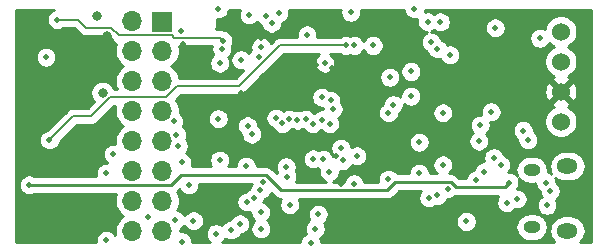
<source format=gbr>
G04 #@! TF.GenerationSoftware,KiCad,Pcbnew,5.1.5+dfsg1-2build2*
G04 #@! TF.CreationDate,2021-09-24T14:29:39+01:00*
G04 #@! TF.ProjectId,picopak,7069636f-7061-46b2-9e6b-696361645f70,rev?*
G04 #@! TF.SameCoordinates,Original*
G04 #@! TF.FileFunction,Copper,L3,Inr*
G04 #@! TF.FilePolarity,Positive*
%FSLAX46Y46*%
G04 Gerber Fmt 4.6, Leading zero omitted, Abs format (unit mm)*
G04 Created by KiCad (PCBNEW 5.1.5+dfsg1-2build2) date 2021-09-24 14:29:39*
%MOMM*%
%LPD*%
G04 APERTURE LIST*
%ADD10C,1.524000*%
%ADD11R,1.700000X1.700000*%
%ADD12O,1.700000X1.700000*%
%ADD13O,1.450000X1.050000*%
%ADD14O,1.800000X1.300000*%
%ADD15C,0.500000*%
%ADD16C,0.800000*%
%ADD17C,0.250000*%
%ADD18C,0.200000*%
%ADD19C,0.254000*%
G04 APERTURE END LIST*
D10*
X206800000Y-79145000D03*
X206800000Y-76605000D03*
X206800000Y-74065000D03*
X206800000Y-71525000D03*
D11*
X173050000Y-70700000D03*
D12*
X170510000Y-70620000D03*
X173050000Y-73160000D03*
X170510000Y-73160000D03*
X173050000Y-75700000D03*
X170510000Y-75700000D03*
X173050000Y-78240000D03*
X170510000Y-78240000D03*
X173050000Y-80780000D03*
X170510000Y-80780000D03*
X173050000Y-83320000D03*
X170510000Y-83320000D03*
X173050000Y-85860000D03*
X170510000Y-85860000D03*
X173050000Y-88400000D03*
X170510000Y-88400000D03*
D13*
X204320000Y-83225000D03*
X204320000Y-88075000D03*
D14*
X207350000Y-88375000D03*
X207350000Y-82925000D03*
D15*
X205900000Y-85000000D03*
X204000000Y-80700000D03*
X199600000Y-84100000D03*
X189300000Y-84400000D03*
X192300000Y-75400000D03*
X192600000Y-77700000D03*
X190900000Y-72699989D03*
X201250000Y-71200000D03*
X181400000Y-72800003D03*
X177600000Y-88625001D03*
X175691075Y-87529336D03*
X180150000Y-82900000D03*
X205000000Y-72100000D03*
X187223784Y-79329032D03*
X185300000Y-71800000D03*
X181800000Y-70200000D03*
X174249693Y-80279259D03*
X186535835Y-77083472D03*
X205500000Y-84300000D03*
X177900000Y-74200000D03*
X202200000Y-86000000D03*
X202400000Y-84300000D03*
X161800000Y-84500000D03*
X187600000Y-76200000D03*
X187400000Y-74600000D03*
X186100000Y-74349990D03*
X188200000Y-84400000D03*
X189700000Y-80300000D03*
X187750000Y-82023625D03*
X192900000Y-73600000D03*
X181400000Y-72100000D03*
X198500000Y-73600000D03*
X183954047Y-81430282D03*
X192900000Y-82800000D03*
X192900000Y-80345010D03*
X179726556Y-76695626D03*
D16*
X203300000Y-72000000D03*
X168400000Y-71900000D03*
D15*
X174800000Y-72600000D03*
X179250011Y-71049989D03*
X199961091Y-79461091D03*
X200300000Y-83400000D03*
X194800000Y-83500000D03*
X194804990Y-80895010D03*
X177800000Y-78900000D03*
X180267104Y-79500000D03*
X197200000Y-84850000D03*
X205623263Y-86240711D03*
X197400000Y-73500000D03*
X196350000Y-85400000D03*
X203100000Y-85700000D03*
X196350000Y-73000000D03*
X194100000Y-74900000D03*
X194100000Y-77000000D03*
X178100001Y-73000000D03*
X163200000Y-73700000D03*
X178162919Y-72280554D03*
X164170693Y-70500610D03*
X188150000Y-81391928D03*
X187292753Y-77350677D03*
X188318185Y-82432487D03*
X187511597Y-78081384D03*
X192200000Y-84000000D03*
X192200000Y-78400000D03*
X196800000Y-78400000D03*
X196800000Y-82800000D03*
X198800000Y-87600000D03*
X199850010Y-80800000D03*
X179600000Y-87800000D03*
X181200001Y-73700000D03*
X179700000Y-73900000D03*
X203600000Y-79900000D03*
X186800000Y-74200000D03*
X189500000Y-82050000D03*
X200900000Y-78300000D03*
X201100000Y-82200000D03*
X182922988Y-69950000D03*
X174400000Y-81200000D03*
D16*
X168000000Y-76700000D03*
X167500000Y-70200000D03*
D15*
X177800000Y-69600000D03*
X174600000Y-71475000D03*
X189279175Y-72700014D03*
X186000000Y-88200000D03*
X181400000Y-88200000D03*
X181374998Y-86825000D03*
X187200000Y-83385998D03*
X186650000Y-82350002D03*
X186250000Y-87000001D03*
X195800000Y-72400000D03*
X195600000Y-85600000D03*
X196600000Y-70700000D03*
X189000000Y-69900000D03*
X182300000Y-70800000D03*
X186564080Y-79000000D03*
X185781332Y-79315290D03*
X185190616Y-78939714D03*
X184495725Y-79024135D03*
X178900000Y-88325000D03*
X185600000Y-89425000D03*
X185831067Y-82302913D03*
X174007124Y-79125157D03*
X183203215Y-79302710D03*
X183547115Y-82958407D03*
X183605663Y-83794773D03*
X181554999Y-84260001D03*
X181361872Y-84932835D03*
X180800000Y-85600000D03*
X182668011Y-78851535D03*
X180612490Y-80200000D03*
X180193780Y-85950000D03*
X183840711Y-86175000D03*
X183800985Y-78938466D03*
X177900000Y-82400000D03*
X174150000Y-87500000D03*
X171800000Y-87200000D03*
X175300000Y-84500000D03*
X174700000Y-89300000D03*
X168300000Y-89200000D03*
X168300000Y-83500000D03*
X174700000Y-82600000D03*
X168900000Y-81900000D03*
X180400000Y-70100000D03*
X194400000Y-69600000D03*
X195504265Y-70689337D03*
X201700000Y-82800000D03*
X188579174Y-72699988D03*
X163500000Y-80700000D03*
D17*
X174614000Y-83685000D02*
X173799000Y-84500000D01*
X181831000Y-83685000D02*
X174614000Y-83685000D01*
X183121001Y-84975001D02*
X181831000Y-83685000D01*
X197876003Y-84675001D02*
X197476001Y-84274999D01*
X192074999Y-84975001D02*
X183121001Y-84975001D01*
X197476001Y-84274999D02*
X192775001Y-84274999D01*
X202024999Y-84675001D02*
X197876003Y-84675001D01*
X192775001Y-84274999D02*
X192074999Y-84975001D01*
X202400000Y-84300000D02*
X202024999Y-84675001D01*
X173799000Y-84500000D02*
X161800000Y-84500000D01*
D18*
X168736001Y-71199999D02*
X167100001Y-71199999D01*
X169386003Y-71850001D02*
X168736001Y-71199999D01*
X173850001Y-71850001D02*
X169386003Y-71850001D01*
X174025001Y-72025001D02*
X173850001Y-71850001D01*
X177907366Y-72025001D02*
X174025001Y-72025001D01*
X178162919Y-72280554D02*
X177907366Y-72025001D01*
X167100001Y-71199999D02*
X166600001Y-71199999D01*
X166600001Y-71199999D02*
X165900002Y-70500000D01*
X164171303Y-70500000D02*
X164170693Y-70500610D01*
X165900002Y-70500000D02*
X164171303Y-70500000D01*
X173362003Y-77089999D02*
X168646003Y-77089999D01*
X174306377Y-76145625D02*
X173362003Y-77089999D01*
X179568378Y-76145625D02*
X174306377Y-76145625D01*
X168646003Y-77089999D02*
X167036002Y-78700000D01*
X183014015Y-72699988D02*
X179568378Y-76145625D01*
X188579174Y-72699988D02*
X183014015Y-72699988D01*
X167036002Y-78700000D02*
X165500000Y-78700000D01*
X165500000Y-78700000D02*
X163500000Y-80700000D01*
X163500000Y-80700000D02*
X163500000Y-80700000D01*
D19*
G36*
X179615723Y-69680795D02*
G01*
X179549010Y-69841855D01*
X179515000Y-70012835D01*
X179515000Y-70187165D01*
X179549010Y-70358145D01*
X179615723Y-70519205D01*
X179712576Y-70664155D01*
X179835845Y-70787424D01*
X179980795Y-70884277D01*
X180141855Y-70950990D01*
X180312835Y-70985000D01*
X180487165Y-70985000D01*
X180658145Y-70950990D01*
X180819205Y-70884277D01*
X180964155Y-70787424D01*
X181062447Y-70689132D01*
X181112576Y-70764155D01*
X181235845Y-70887424D01*
X181380795Y-70984277D01*
X181439122Y-71008437D01*
X181449010Y-71058145D01*
X181515723Y-71219205D01*
X181612576Y-71364155D01*
X181735845Y-71487424D01*
X181880795Y-71584277D01*
X182041855Y-71650990D01*
X182212835Y-71685000D01*
X182387165Y-71685000D01*
X182558145Y-71650990D01*
X182719205Y-71584277D01*
X182864155Y-71487424D01*
X182987424Y-71364155D01*
X183084277Y-71219205D01*
X183150990Y-71058145D01*
X183185000Y-70887165D01*
X183185000Y-70799388D01*
X183342193Y-70734277D01*
X183487143Y-70637424D01*
X183610412Y-70514155D01*
X183707265Y-70369205D01*
X183773978Y-70208145D01*
X183807988Y-70037165D01*
X183807988Y-69862835D01*
X183773978Y-69691855D01*
X183760783Y-69660000D01*
X188145401Y-69660000D01*
X188115000Y-69812835D01*
X188115000Y-69987165D01*
X188149010Y-70158145D01*
X188215723Y-70319205D01*
X188312576Y-70464155D01*
X188435845Y-70587424D01*
X188580795Y-70684277D01*
X188741855Y-70750990D01*
X188912835Y-70785000D01*
X189087165Y-70785000D01*
X189258145Y-70750990D01*
X189419205Y-70684277D01*
X189564155Y-70587424D01*
X189687424Y-70464155D01*
X189784277Y-70319205D01*
X189850990Y-70158145D01*
X189885000Y-69987165D01*
X189885000Y-69812835D01*
X189854599Y-69660000D01*
X193515000Y-69660000D01*
X193515000Y-69687165D01*
X193549010Y-69858145D01*
X193615723Y-70019205D01*
X193712576Y-70164155D01*
X193835845Y-70287424D01*
X193980795Y-70384277D01*
X194141855Y-70450990D01*
X194312835Y-70485000D01*
X194487165Y-70485000D01*
X194648974Y-70452814D01*
X194619265Y-70602172D01*
X194619265Y-70776502D01*
X194653275Y-70947482D01*
X194719988Y-71108542D01*
X194816841Y-71253492D01*
X194940110Y-71376761D01*
X195085060Y-71473614D01*
X195246120Y-71540327D01*
X195417100Y-71574337D01*
X195480710Y-71574337D01*
X195380795Y-71615723D01*
X195235845Y-71712576D01*
X195112576Y-71835845D01*
X195015723Y-71980795D01*
X194949010Y-72141855D01*
X194915000Y-72312835D01*
X194915000Y-72487165D01*
X194949010Y-72658145D01*
X195015723Y-72819205D01*
X195112576Y-72964155D01*
X195235845Y-73087424D01*
X195380795Y-73184277D01*
X195493612Y-73231007D01*
X195499010Y-73258145D01*
X195565723Y-73419205D01*
X195662576Y-73564155D01*
X195785845Y-73687424D01*
X195930795Y-73784277D01*
X196091855Y-73850990D01*
X196262835Y-73885000D01*
X196437165Y-73885000D01*
X196589041Y-73854790D01*
X196615723Y-73919205D01*
X196712576Y-74064155D01*
X196835845Y-74187424D01*
X196980795Y-74284277D01*
X197141855Y-74350990D01*
X197312835Y-74385000D01*
X197487165Y-74385000D01*
X197658145Y-74350990D01*
X197819205Y-74284277D01*
X197964155Y-74187424D01*
X198087424Y-74064155D01*
X198184277Y-73919205D01*
X198250990Y-73758145D01*
X198285000Y-73587165D01*
X198285000Y-73412835D01*
X198250990Y-73241855D01*
X198184277Y-73080795D01*
X198087424Y-72935845D01*
X197964155Y-72812576D01*
X197819205Y-72715723D01*
X197658145Y-72649010D01*
X197487165Y-72615000D01*
X197312835Y-72615000D01*
X197160959Y-72645210D01*
X197134277Y-72580795D01*
X197037424Y-72435845D01*
X196914155Y-72312576D01*
X196769205Y-72215723D01*
X196656388Y-72168993D01*
X196650990Y-72141855D01*
X196584277Y-71980795D01*
X196487424Y-71835845D01*
X196364155Y-71712576D01*
X196219205Y-71615723D01*
X196058145Y-71549010D01*
X195887165Y-71515000D01*
X195823555Y-71515000D01*
X195923470Y-71473614D01*
X196044153Y-71392976D01*
X196180795Y-71484277D01*
X196341855Y-71550990D01*
X196512835Y-71585000D01*
X196687165Y-71585000D01*
X196858145Y-71550990D01*
X197019205Y-71484277D01*
X197164155Y-71387424D01*
X197287424Y-71264155D01*
X197384277Y-71119205D01*
X197386915Y-71112835D01*
X200365000Y-71112835D01*
X200365000Y-71287165D01*
X200399010Y-71458145D01*
X200465723Y-71619205D01*
X200562576Y-71764155D01*
X200685845Y-71887424D01*
X200830795Y-71984277D01*
X200991855Y-72050990D01*
X201162835Y-72085000D01*
X201337165Y-72085000D01*
X201508145Y-72050990D01*
X201600259Y-72012835D01*
X204115000Y-72012835D01*
X204115000Y-72187165D01*
X204149010Y-72358145D01*
X204215723Y-72519205D01*
X204312576Y-72664155D01*
X204435845Y-72787424D01*
X204580795Y-72884277D01*
X204741855Y-72950990D01*
X204912835Y-72985000D01*
X205087165Y-72985000D01*
X205258145Y-72950990D01*
X205419205Y-72884277D01*
X205564155Y-72787424D01*
X205687424Y-72664155D01*
X205784277Y-72519205D01*
X205794315Y-72494970D01*
X205909465Y-72610120D01*
X206138273Y-72763005D01*
X206215515Y-72795000D01*
X206138273Y-72826995D01*
X205909465Y-72979880D01*
X205714880Y-73174465D01*
X205561995Y-73403273D01*
X205456686Y-73657510D01*
X205403000Y-73927408D01*
X205403000Y-74202592D01*
X205456686Y-74472490D01*
X205561995Y-74726727D01*
X205714880Y-74955535D01*
X205909465Y-75150120D01*
X206138273Y-75303005D01*
X206209943Y-75332692D01*
X206196977Y-75337364D01*
X206081020Y-75399344D01*
X206014040Y-75639435D01*
X206800000Y-76425395D01*
X207585960Y-75639435D01*
X207518980Y-75399344D01*
X207383240Y-75335515D01*
X207461727Y-75303005D01*
X207690535Y-75150120D01*
X207885120Y-74955535D01*
X208038005Y-74726727D01*
X208143314Y-74472490D01*
X208197000Y-74202592D01*
X208197000Y-73927408D01*
X208143314Y-73657510D01*
X208038005Y-73403273D01*
X207885120Y-73174465D01*
X207690535Y-72979880D01*
X207461727Y-72826995D01*
X207384485Y-72795000D01*
X207461727Y-72763005D01*
X207690535Y-72610120D01*
X207885120Y-72415535D01*
X208038005Y-72186727D01*
X208143314Y-71932490D01*
X208197000Y-71662592D01*
X208197000Y-71387408D01*
X208143314Y-71117510D01*
X208038005Y-70863273D01*
X207885120Y-70634465D01*
X207690535Y-70439880D01*
X207461727Y-70286995D01*
X207207490Y-70181686D01*
X206937592Y-70128000D01*
X206662408Y-70128000D01*
X206392510Y-70181686D01*
X206138273Y-70286995D01*
X205909465Y-70439880D01*
X205714880Y-70634465D01*
X205561995Y-70863273D01*
X205456686Y-71117510D01*
X205417407Y-71314978D01*
X205258145Y-71249010D01*
X205087165Y-71215000D01*
X204912835Y-71215000D01*
X204741855Y-71249010D01*
X204580795Y-71315723D01*
X204435845Y-71412576D01*
X204312576Y-71535845D01*
X204215723Y-71680795D01*
X204149010Y-71841855D01*
X204115000Y-72012835D01*
X201600259Y-72012835D01*
X201669205Y-71984277D01*
X201814155Y-71887424D01*
X201937424Y-71764155D01*
X202034277Y-71619205D01*
X202100990Y-71458145D01*
X202135000Y-71287165D01*
X202135000Y-71112835D01*
X202100990Y-70941855D01*
X202034277Y-70780795D01*
X201937424Y-70635845D01*
X201814155Y-70512576D01*
X201669205Y-70415723D01*
X201508145Y-70349010D01*
X201337165Y-70315000D01*
X201162835Y-70315000D01*
X200991855Y-70349010D01*
X200830795Y-70415723D01*
X200685845Y-70512576D01*
X200562576Y-70635845D01*
X200465723Y-70780795D01*
X200399010Y-70941855D01*
X200365000Y-71112835D01*
X197386915Y-71112835D01*
X197450990Y-70958145D01*
X197485000Y-70787165D01*
X197485000Y-70612835D01*
X197450990Y-70441855D01*
X197384277Y-70280795D01*
X197287424Y-70135845D01*
X197164155Y-70012576D01*
X197019205Y-69915723D01*
X196858145Y-69849010D01*
X196687165Y-69815000D01*
X196512835Y-69815000D01*
X196341855Y-69849010D01*
X196180795Y-69915723D01*
X196060112Y-69996361D01*
X195923470Y-69905060D01*
X195762410Y-69838347D01*
X195591430Y-69804337D01*
X195417100Y-69804337D01*
X195255291Y-69836523D01*
X195285000Y-69687165D01*
X195285000Y-69660000D01*
X209340000Y-69660000D01*
X209340000Y-70032418D01*
X209340001Y-70032428D01*
X209340000Y-89340000D01*
X208449700Y-89340000D01*
X208513028Y-89288028D01*
X208673608Y-89092362D01*
X208792929Y-88869127D01*
X208866407Y-88626904D01*
X208891217Y-88375000D01*
X208866407Y-88123096D01*
X208792929Y-87880873D01*
X208673608Y-87657638D01*
X208513028Y-87461972D01*
X208317362Y-87301392D01*
X208094127Y-87182071D01*
X207851904Y-87108593D01*
X207663123Y-87090000D01*
X207036877Y-87090000D01*
X206848096Y-87108593D01*
X206605873Y-87182071D01*
X206382638Y-87301392D01*
X206186972Y-87461972D01*
X206026392Y-87657638D01*
X205907071Y-87880873D01*
X205833593Y-88123096D01*
X205808783Y-88375000D01*
X205833593Y-88626904D01*
X205907071Y-88869127D01*
X206026392Y-89092362D01*
X206186972Y-89288028D01*
X206250300Y-89340000D01*
X186485000Y-89340000D01*
X186485000Y-89337835D01*
X186450990Y-89166855D01*
X186384277Y-89005795D01*
X186380587Y-89000273D01*
X186419205Y-88984277D01*
X186564155Y-88887424D01*
X186687424Y-88764155D01*
X186784277Y-88619205D01*
X186850990Y-88458145D01*
X186885000Y-88287165D01*
X186885000Y-88112835D01*
X186850990Y-87941855D01*
X186784277Y-87780795D01*
X186750368Y-87730046D01*
X186814155Y-87687425D01*
X186937424Y-87564156D01*
X186971715Y-87512835D01*
X197915000Y-87512835D01*
X197915000Y-87687165D01*
X197949010Y-87858145D01*
X198015723Y-88019205D01*
X198112576Y-88164155D01*
X198235845Y-88287424D01*
X198380795Y-88384277D01*
X198541855Y-88450990D01*
X198712835Y-88485000D01*
X198887165Y-88485000D01*
X199058145Y-88450990D01*
X199219205Y-88384277D01*
X199364155Y-88287424D01*
X199487424Y-88164155D01*
X199546995Y-88075000D01*
X202954388Y-88075000D01*
X202976785Y-88302400D01*
X203043115Y-88521060D01*
X203150829Y-88722579D01*
X203295788Y-88899212D01*
X203472421Y-89044171D01*
X203673940Y-89151885D01*
X203892600Y-89218215D01*
X204063021Y-89235000D01*
X204576979Y-89235000D01*
X204747400Y-89218215D01*
X204966060Y-89151885D01*
X205167579Y-89044171D01*
X205344212Y-88899212D01*
X205489171Y-88722579D01*
X205596885Y-88521060D01*
X205663215Y-88302400D01*
X205685612Y-88075000D01*
X205663215Y-87847600D01*
X205596885Y-87628940D01*
X205489171Y-87427421D01*
X205344212Y-87250788D01*
X205167579Y-87105829D01*
X204966060Y-86998115D01*
X204747400Y-86931785D01*
X204576979Y-86915000D01*
X204063021Y-86915000D01*
X203892600Y-86931785D01*
X203673940Y-86998115D01*
X203472421Y-87105829D01*
X203295788Y-87250788D01*
X203150829Y-87427421D01*
X203043115Y-87628940D01*
X202976785Y-87847600D01*
X202954388Y-88075000D01*
X199546995Y-88075000D01*
X199584277Y-88019205D01*
X199650990Y-87858145D01*
X199685000Y-87687165D01*
X199685000Y-87512835D01*
X199650990Y-87341855D01*
X199584277Y-87180795D01*
X199487424Y-87035845D01*
X199364155Y-86912576D01*
X199219205Y-86815723D01*
X199058145Y-86749010D01*
X198887165Y-86715000D01*
X198712835Y-86715000D01*
X198541855Y-86749010D01*
X198380795Y-86815723D01*
X198235845Y-86912576D01*
X198112576Y-87035845D01*
X198015723Y-87180795D01*
X197949010Y-87341855D01*
X197915000Y-87512835D01*
X186971715Y-87512835D01*
X187034277Y-87419206D01*
X187100990Y-87258146D01*
X187135000Y-87087166D01*
X187135000Y-86912836D01*
X187100990Y-86741856D01*
X187034277Y-86580796D01*
X186937424Y-86435846D01*
X186814155Y-86312577D01*
X186669205Y-86215724D01*
X186508145Y-86149011D01*
X186337165Y-86115001D01*
X186162835Y-86115001D01*
X185991855Y-86149011D01*
X185830795Y-86215724D01*
X185685845Y-86312577D01*
X185562576Y-86435846D01*
X185465723Y-86580796D01*
X185399010Y-86741856D01*
X185365000Y-86912836D01*
X185365000Y-87087166D01*
X185399010Y-87258146D01*
X185465723Y-87419206D01*
X185499632Y-87469955D01*
X185435845Y-87512576D01*
X185312576Y-87635845D01*
X185215723Y-87780795D01*
X185149010Y-87941855D01*
X185115000Y-88112835D01*
X185115000Y-88287165D01*
X185149010Y-88458145D01*
X185215723Y-88619205D01*
X185219413Y-88624727D01*
X185180795Y-88640723D01*
X185035845Y-88737576D01*
X184912576Y-88860845D01*
X184815723Y-89005795D01*
X184749010Y-89166855D01*
X184715000Y-89337835D01*
X184715000Y-89340000D01*
X178122886Y-89340000D01*
X178164155Y-89312425D01*
X178287424Y-89189156D01*
X178384009Y-89044607D01*
X178480795Y-89109277D01*
X178641855Y-89175990D01*
X178812835Y-89210000D01*
X178987165Y-89210000D01*
X179158145Y-89175990D01*
X179319205Y-89109277D01*
X179464155Y-89012424D01*
X179587424Y-88889155D01*
X179684277Y-88744205D01*
X179710743Y-88680310D01*
X179858145Y-88650990D01*
X180019205Y-88584277D01*
X180164155Y-88487424D01*
X180287424Y-88364155D01*
X180384277Y-88219205D01*
X180450990Y-88058145D01*
X180485000Y-87887165D01*
X180485000Y-87712835D01*
X180450990Y-87541855D01*
X180384277Y-87380795D01*
X180287424Y-87235845D01*
X180164155Y-87112576D01*
X180019205Y-87015723D01*
X179858145Y-86949010D01*
X179687165Y-86915000D01*
X179512835Y-86915000D01*
X179341855Y-86949010D01*
X179180795Y-87015723D01*
X179035845Y-87112576D01*
X178912576Y-87235845D01*
X178815723Y-87380795D01*
X178789257Y-87444690D01*
X178641855Y-87474010D01*
X178480795Y-87540723D01*
X178335845Y-87637576D01*
X178212576Y-87760845D01*
X178115991Y-87905394D01*
X178019205Y-87840724D01*
X177858145Y-87774011D01*
X177687165Y-87740001D01*
X177512835Y-87740001D01*
X177341855Y-87774011D01*
X177180795Y-87840724D01*
X177035845Y-87937577D01*
X176912576Y-88060846D01*
X176815723Y-88205796D01*
X176749010Y-88366856D01*
X176715000Y-88537836D01*
X176715000Y-88712166D01*
X176749010Y-88883146D01*
X176815723Y-89044206D01*
X176912576Y-89189156D01*
X177035845Y-89312425D01*
X177077114Y-89340000D01*
X175585000Y-89340000D01*
X175585000Y-89212835D01*
X175550990Y-89041855D01*
X175484277Y-88880795D01*
X175387424Y-88735845D01*
X175264155Y-88612576D01*
X175119205Y-88515723D01*
X174958145Y-88449010D01*
X174787165Y-88415000D01*
X174612835Y-88415000D01*
X174535000Y-88430482D01*
X174535000Y-88298445D01*
X174569205Y-88284277D01*
X174714155Y-88187424D01*
X174837424Y-88064155D01*
X174910737Y-87954436D01*
X175003651Y-88093491D01*
X175126920Y-88216760D01*
X175271870Y-88313613D01*
X175432930Y-88380326D01*
X175603910Y-88414336D01*
X175778240Y-88414336D01*
X175949220Y-88380326D01*
X176110280Y-88313613D01*
X176255230Y-88216760D01*
X176378499Y-88093491D01*
X176475352Y-87948541D01*
X176542065Y-87787481D01*
X176576075Y-87616501D01*
X176576075Y-87442171D01*
X176542065Y-87271191D01*
X176475352Y-87110131D01*
X176378499Y-86965181D01*
X176255230Y-86841912D01*
X176110280Y-86745059D01*
X175949220Y-86678346D01*
X175778240Y-86644336D01*
X175603910Y-86644336D01*
X175432930Y-86678346D01*
X175271870Y-86745059D01*
X175126920Y-86841912D01*
X175003651Y-86965181D01*
X174930338Y-87074900D01*
X174837424Y-86935845D01*
X174714155Y-86812576D01*
X174569205Y-86715723D01*
X174408145Y-86649010D01*
X174320450Y-86631566D01*
X174365990Y-86563411D01*
X174477932Y-86293158D01*
X174535000Y-86006260D01*
X174535000Y-85713740D01*
X174477932Y-85426842D01*
X174365990Y-85156589D01*
X174306119Y-85066986D01*
X174339001Y-85040001D01*
X174362803Y-85010998D01*
X174497819Y-84875982D01*
X174515723Y-84919205D01*
X174612576Y-85064155D01*
X174735845Y-85187424D01*
X174880795Y-85284277D01*
X175041855Y-85350990D01*
X175212835Y-85385000D01*
X175387165Y-85385000D01*
X175558145Y-85350990D01*
X175719205Y-85284277D01*
X175864155Y-85187424D01*
X175987424Y-85064155D01*
X176084277Y-84919205D01*
X176150990Y-84758145D01*
X176185000Y-84587165D01*
X176185000Y-84445000D01*
X180623452Y-84445000D01*
X180577595Y-84513630D01*
X180510882Y-84674690D01*
X180491990Y-84769665D01*
X180380795Y-84815723D01*
X180235845Y-84912576D01*
X180112576Y-85035845D01*
X180091023Y-85068101D01*
X179935635Y-85099010D01*
X179774575Y-85165723D01*
X179629625Y-85262576D01*
X179506356Y-85385845D01*
X179409503Y-85530795D01*
X179342790Y-85691855D01*
X179308780Y-85862835D01*
X179308780Y-86037165D01*
X179342790Y-86208145D01*
X179409503Y-86369205D01*
X179506356Y-86514155D01*
X179629625Y-86637424D01*
X179774575Y-86734277D01*
X179935635Y-86800990D01*
X180106615Y-86835000D01*
X180280945Y-86835000D01*
X180451925Y-86800990D01*
X180489998Y-86785220D01*
X180489998Y-86912165D01*
X180524008Y-87083145D01*
X180590721Y-87244205D01*
X180687574Y-87389155D01*
X180810843Y-87512424D01*
X180825922Y-87522499D01*
X180712576Y-87635845D01*
X180615723Y-87780795D01*
X180549010Y-87941855D01*
X180515000Y-88112835D01*
X180515000Y-88287165D01*
X180549010Y-88458145D01*
X180615723Y-88619205D01*
X180712576Y-88764155D01*
X180835845Y-88887424D01*
X180980795Y-88984277D01*
X181141855Y-89050990D01*
X181312835Y-89085000D01*
X181487165Y-89085000D01*
X181658145Y-89050990D01*
X181819205Y-88984277D01*
X181964155Y-88887424D01*
X182087424Y-88764155D01*
X182184277Y-88619205D01*
X182250990Y-88458145D01*
X182285000Y-88287165D01*
X182285000Y-88112835D01*
X182250990Y-87941855D01*
X182184277Y-87780795D01*
X182087424Y-87635845D01*
X181964155Y-87512576D01*
X181949076Y-87502501D01*
X182062422Y-87389155D01*
X182159275Y-87244205D01*
X182225988Y-87083145D01*
X182259998Y-86912165D01*
X182259998Y-86737835D01*
X182225988Y-86566855D01*
X182159275Y-86405795D01*
X182062422Y-86260845D01*
X181939153Y-86137576D01*
X181794203Y-86040723D01*
X181633143Y-85974010D01*
X181605292Y-85968470D01*
X181650990Y-85858145D01*
X181669882Y-85763170D01*
X181781077Y-85717112D01*
X181926027Y-85620259D01*
X182049296Y-85496990D01*
X182146149Y-85352040D01*
X182212862Y-85190980D01*
X182221044Y-85149846D01*
X182557202Y-85486004D01*
X182581000Y-85515002D01*
X182609998Y-85538800D01*
X182696724Y-85609975D01*
X182742190Y-85634277D01*
X182828754Y-85680547D01*
X182972015Y-85724004D01*
X183071152Y-85733768D01*
X183056434Y-85755795D01*
X182989721Y-85916855D01*
X182955711Y-86087835D01*
X182955711Y-86262165D01*
X182989721Y-86433145D01*
X183056434Y-86594205D01*
X183153287Y-86739155D01*
X183276556Y-86862424D01*
X183421506Y-86959277D01*
X183582566Y-87025990D01*
X183753546Y-87060000D01*
X183927876Y-87060000D01*
X184098856Y-87025990D01*
X184259916Y-86959277D01*
X184404866Y-86862424D01*
X184528135Y-86739155D01*
X184624988Y-86594205D01*
X184691701Y-86433145D01*
X184725711Y-86262165D01*
X184725711Y-86087835D01*
X184691701Y-85916855D01*
X184624988Y-85755795D01*
X184611094Y-85735001D01*
X192037677Y-85735001D01*
X192074999Y-85738677D01*
X192112321Y-85735001D01*
X192112332Y-85735001D01*
X192223985Y-85724004D01*
X192367246Y-85680547D01*
X192499275Y-85609975D01*
X192615000Y-85515002D01*
X192638802Y-85485999D01*
X193089803Y-85034999D01*
X194913422Y-85034999D01*
X194912576Y-85035845D01*
X194815723Y-85180795D01*
X194749010Y-85341855D01*
X194715000Y-85512835D01*
X194715000Y-85687165D01*
X194749010Y-85858145D01*
X194815723Y-86019205D01*
X194912576Y-86164155D01*
X195035845Y-86287424D01*
X195180795Y-86384277D01*
X195341855Y-86450990D01*
X195512835Y-86485000D01*
X195687165Y-86485000D01*
X195858145Y-86450990D01*
X196019205Y-86384277D01*
X196164155Y-86287424D01*
X196182549Y-86269030D01*
X196262835Y-86285000D01*
X196437165Y-86285000D01*
X196608145Y-86250990D01*
X196769205Y-86184277D01*
X196914155Y-86087424D01*
X197037424Y-85964155D01*
X197134277Y-85819205D01*
X197169156Y-85735000D01*
X197287165Y-85735000D01*
X197458145Y-85700990D01*
X197619205Y-85634277D01*
X197764155Y-85537424D01*
X197864077Y-85437502D01*
X197876002Y-85438677D01*
X197913325Y-85435001D01*
X201513420Y-85435001D01*
X201512576Y-85435845D01*
X201415723Y-85580795D01*
X201349010Y-85741855D01*
X201315000Y-85912835D01*
X201315000Y-86087165D01*
X201349010Y-86258145D01*
X201415723Y-86419205D01*
X201512576Y-86564155D01*
X201635845Y-86687424D01*
X201780795Y-86784277D01*
X201941855Y-86850990D01*
X202112835Y-86885000D01*
X202287165Y-86885000D01*
X202458145Y-86850990D01*
X202619205Y-86784277D01*
X202764155Y-86687424D01*
X202887424Y-86564155D01*
X202889843Y-86560535D01*
X203012835Y-86585000D01*
X203187165Y-86585000D01*
X203358145Y-86550990D01*
X203519205Y-86484277D01*
X203664155Y-86387424D01*
X203787424Y-86264155D01*
X203884277Y-86119205D01*
X203950990Y-85958145D01*
X203985000Y-85787165D01*
X203985000Y-85612835D01*
X203950990Y-85441855D01*
X203884277Y-85280795D01*
X203787424Y-85135845D01*
X203664155Y-85012576D01*
X203519205Y-84915723D01*
X203358145Y-84849010D01*
X203187165Y-84815000D01*
X203120268Y-84815000D01*
X203184277Y-84719205D01*
X203250990Y-84558145D01*
X203285000Y-84387165D01*
X203285000Y-84212835D01*
X203250990Y-84041855D01*
X203211491Y-83946496D01*
X203295788Y-84049212D01*
X203472421Y-84194171D01*
X203673940Y-84301885D01*
X203892600Y-84368215D01*
X204063021Y-84385000D01*
X204576979Y-84385000D01*
X204615000Y-84381255D01*
X204615000Y-84387165D01*
X204649010Y-84558145D01*
X204715723Y-84719205D01*
X204812576Y-84864155D01*
X204935845Y-84987424D01*
X205015000Y-85040314D01*
X205015000Y-85087165D01*
X205049010Y-85258145D01*
X205115723Y-85419205D01*
X205160186Y-85485748D01*
X205059108Y-85553287D01*
X204935839Y-85676556D01*
X204838986Y-85821506D01*
X204772273Y-85982566D01*
X204738263Y-86153546D01*
X204738263Y-86327876D01*
X204772273Y-86498856D01*
X204838986Y-86659916D01*
X204935839Y-86804866D01*
X205059108Y-86928135D01*
X205204058Y-87024988D01*
X205365118Y-87091701D01*
X205536098Y-87125711D01*
X205710428Y-87125711D01*
X205881408Y-87091701D01*
X206042468Y-87024988D01*
X206187418Y-86928135D01*
X206310687Y-86804866D01*
X206407540Y-86659916D01*
X206474253Y-86498856D01*
X206508263Y-86327876D01*
X206508263Y-86153546D01*
X206474253Y-85982566D01*
X206407540Y-85821506D01*
X206363077Y-85754963D01*
X206464155Y-85687424D01*
X206587424Y-85564155D01*
X206684277Y-85419205D01*
X206750990Y-85258145D01*
X206785000Y-85087165D01*
X206785000Y-84912835D01*
X206750990Y-84741855D01*
X206684277Y-84580795D01*
X206587424Y-84435845D01*
X206464155Y-84312576D01*
X206385000Y-84259686D01*
X206385000Y-84212835D01*
X206350990Y-84041855D01*
X206307552Y-83936986D01*
X206382638Y-83998608D01*
X206605873Y-84117929D01*
X206848096Y-84191407D01*
X207036877Y-84210000D01*
X207663123Y-84210000D01*
X207851904Y-84191407D01*
X208094127Y-84117929D01*
X208317362Y-83998608D01*
X208513028Y-83838028D01*
X208673608Y-83642362D01*
X208792929Y-83419127D01*
X208866407Y-83176904D01*
X208891217Y-82925000D01*
X208866407Y-82673096D01*
X208792929Y-82430873D01*
X208673608Y-82207638D01*
X208513028Y-82011972D01*
X208317362Y-81851392D01*
X208094127Y-81732071D01*
X207851904Y-81658593D01*
X207663123Y-81640000D01*
X207036877Y-81640000D01*
X206848096Y-81658593D01*
X206605873Y-81732071D01*
X206382638Y-81851392D01*
X206186972Y-82011972D01*
X206026392Y-82207638D01*
X205907071Y-82430873D01*
X205833593Y-82673096D01*
X205808783Y-82925000D01*
X205833593Y-83176904D01*
X205907071Y-83419127D01*
X205980646Y-83556777D01*
X205919205Y-83515723D01*
X205758145Y-83449010D01*
X205665367Y-83430555D01*
X205685612Y-83225000D01*
X205663215Y-82997600D01*
X205596885Y-82778940D01*
X205489171Y-82577421D01*
X205344212Y-82400788D01*
X205167579Y-82255829D01*
X204966060Y-82148115D01*
X204747400Y-82081785D01*
X204576979Y-82065000D01*
X204063021Y-82065000D01*
X203892600Y-82081785D01*
X203673940Y-82148115D01*
X203472421Y-82255829D01*
X203295788Y-82400788D01*
X203150829Y-82577421D01*
X203043115Y-82778940D01*
X202976785Y-82997600D01*
X202954388Y-83225000D01*
X202976785Y-83452400D01*
X203043115Y-83671060D01*
X203066627Y-83715048D01*
X202964155Y-83612576D01*
X202819205Y-83515723D01*
X202658145Y-83449010D01*
X202487165Y-83415000D01*
X202336579Y-83415000D01*
X202387424Y-83364155D01*
X202484277Y-83219205D01*
X202550990Y-83058145D01*
X202585000Y-82887165D01*
X202585000Y-82712835D01*
X202550990Y-82541855D01*
X202484277Y-82380795D01*
X202387424Y-82235845D01*
X202264155Y-82112576D01*
X202119205Y-82015723D01*
X201958145Y-81949010D01*
X201952177Y-81947823D01*
X201950990Y-81941855D01*
X201884277Y-81780795D01*
X201787424Y-81635845D01*
X201664155Y-81512576D01*
X201519205Y-81415723D01*
X201358145Y-81349010D01*
X201187165Y-81315000D01*
X201012835Y-81315000D01*
X200841855Y-81349010D01*
X200680795Y-81415723D01*
X200535845Y-81512576D01*
X200412576Y-81635845D01*
X200315723Y-81780795D01*
X200249010Y-81941855D01*
X200215000Y-82112835D01*
X200215000Y-82287165D01*
X200249010Y-82458145D01*
X200272560Y-82515000D01*
X200212835Y-82515000D01*
X200041855Y-82549010D01*
X199880795Y-82615723D01*
X199735845Y-82712576D01*
X199612576Y-82835845D01*
X199515723Y-82980795D01*
X199449010Y-83141855D01*
X199431232Y-83231232D01*
X199341855Y-83249010D01*
X199180795Y-83315723D01*
X199035845Y-83412576D01*
X198912576Y-83535845D01*
X198815723Y-83680795D01*
X198749010Y-83841855D01*
X198734460Y-83915001D01*
X198190804Y-83915001D01*
X198039805Y-83764002D01*
X198016002Y-83734998D01*
X197900277Y-83640025D01*
X197768248Y-83569453D01*
X197624987Y-83525996D01*
X197513334Y-83514999D01*
X197513323Y-83514999D01*
X197476001Y-83511323D01*
X197438679Y-83514999D01*
X197322886Y-83514999D01*
X197364155Y-83487424D01*
X197487424Y-83364155D01*
X197584277Y-83219205D01*
X197650990Y-83058145D01*
X197685000Y-82887165D01*
X197685000Y-82712835D01*
X197650990Y-82541855D01*
X197584277Y-82380795D01*
X197487424Y-82235845D01*
X197364155Y-82112576D01*
X197219205Y-82015723D01*
X197058145Y-81949010D01*
X196887165Y-81915000D01*
X196712835Y-81915000D01*
X196541855Y-81949010D01*
X196380795Y-82015723D01*
X196235845Y-82112576D01*
X196112576Y-82235845D01*
X196015723Y-82380795D01*
X195949010Y-82541855D01*
X195915000Y-82712835D01*
X195915000Y-82887165D01*
X195949010Y-83058145D01*
X196015723Y-83219205D01*
X196112576Y-83364155D01*
X196235845Y-83487424D01*
X196277114Y-83514999D01*
X195685000Y-83514999D01*
X195685000Y-83412835D01*
X195650990Y-83241855D01*
X195584277Y-83080795D01*
X195487424Y-82935845D01*
X195364155Y-82812576D01*
X195219205Y-82715723D01*
X195058145Y-82649010D01*
X194887165Y-82615000D01*
X194712835Y-82615000D01*
X194541855Y-82649010D01*
X194380795Y-82715723D01*
X194235845Y-82812576D01*
X194112576Y-82935845D01*
X194015723Y-83080795D01*
X193949010Y-83241855D01*
X193915000Y-83412835D01*
X193915000Y-83514999D01*
X192940313Y-83514999D01*
X192887424Y-83435845D01*
X192764155Y-83312576D01*
X192619205Y-83215723D01*
X192458145Y-83149010D01*
X192287165Y-83115000D01*
X192112835Y-83115000D01*
X191941855Y-83149010D01*
X191780795Y-83215723D01*
X191635845Y-83312576D01*
X191512576Y-83435845D01*
X191415723Y-83580795D01*
X191349010Y-83741855D01*
X191315000Y-83912835D01*
X191315000Y-84087165D01*
X191340428Y-84215001D01*
X190165540Y-84215001D01*
X190150990Y-84141855D01*
X190084277Y-83980795D01*
X189987424Y-83835845D01*
X189864155Y-83712576D01*
X189719205Y-83615723D01*
X189558145Y-83549010D01*
X189387165Y-83515000D01*
X189212835Y-83515000D01*
X189041855Y-83549010D01*
X188880795Y-83615723D01*
X188735845Y-83712576D01*
X188612576Y-83835845D01*
X188515723Y-83980795D01*
X188449010Y-84141855D01*
X188434460Y-84215001D01*
X187511227Y-84215001D01*
X187619205Y-84170275D01*
X187764155Y-84073422D01*
X187887424Y-83950153D01*
X187984277Y-83805203D01*
X188050990Y-83644143D01*
X188085000Y-83473163D01*
X188085000Y-83298833D01*
X188082848Y-83288014D01*
X188231020Y-83317487D01*
X188405350Y-83317487D01*
X188576330Y-83283477D01*
X188737390Y-83216764D01*
X188882340Y-83119911D01*
X189005609Y-82996642D01*
X189102462Y-82851692D01*
X189105446Y-82844488D01*
X189241855Y-82900990D01*
X189412835Y-82935000D01*
X189587165Y-82935000D01*
X189758145Y-82900990D01*
X189919205Y-82834277D01*
X190064155Y-82737424D01*
X190187424Y-82614155D01*
X190284277Y-82469205D01*
X190350990Y-82308145D01*
X190385000Y-82137165D01*
X190385000Y-81962835D01*
X190350990Y-81791855D01*
X190284277Y-81630795D01*
X190187424Y-81485845D01*
X190064155Y-81362576D01*
X189919205Y-81265723D01*
X189758145Y-81199010D01*
X189587165Y-81165000D01*
X189412835Y-81165000D01*
X189241855Y-81199010D01*
X189080795Y-81265723D01*
X189033518Y-81297313D01*
X189000990Y-81133783D01*
X188934277Y-80972723D01*
X188837424Y-80827773D01*
X188817496Y-80807845D01*
X193919990Y-80807845D01*
X193919990Y-80982175D01*
X193954000Y-81153155D01*
X194020713Y-81314215D01*
X194117566Y-81459165D01*
X194240835Y-81582434D01*
X194385785Y-81679287D01*
X194546845Y-81746000D01*
X194717825Y-81780010D01*
X194892155Y-81780010D01*
X195063135Y-81746000D01*
X195224195Y-81679287D01*
X195369145Y-81582434D01*
X195492414Y-81459165D01*
X195589267Y-81314215D01*
X195655980Y-81153155D01*
X195689990Y-80982175D01*
X195689990Y-80807845D01*
X195671092Y-80712835D01*
X198965010Y-80712835D01*
X198965010Y-80887165D01*
X198999020Y-81058145D01*
X199065733Y-81219205D01*
X199162586Y-81364155D01*
X199285855Y-81487424D01*
X199430805Y-81584277D01*
X199591865Y-81650990D01*
X199762845Y-81685000D01*
X199937175Y-81685000D01*
X200108155Y-81650990D01*
X200269215Y-81584277D01*
X200414165Y-81487424D01*
X200537434Y-81364155D01*
X200634287Y-81219205D01*
X200701000Y-81058145D01*
X200735010Y-80887165D01*
X200735010Y-80712835D01*
X200701000Y-80541855D01*
X200634287Y-80380795D01*
X200537434Y-80235845D01*
X200480202Y-80178613D01*
X200525246Y-80148515D01*
X200648515Y-80025246D01*
X200745368Y-79880296D01*
X200773311Y-79812835D01*
X202715000Y-79812835D01*
X202715000Y-79987165D01*
X202749010Y-80158145D01*
X202815723Y-80319205D01*
X202912576Y-80464155D01*
X203035845Y-80587424D01*
X203115000Y-80640314D01*
X203115000Y-80787165D01*
X203149010Y-80958145D01*
X203215723Y-81119205D01*
X203312576Y-81264155D01*
X203435845Y-81387424D01*
X203580795Y-81484277D01*
X203741855Y-81550990D01*
X203912835Y-81585000D01*
X204087165Y-81585000D01*
X204258145Y-81550990D01*
X204419205Y-81484277D01*
X204564155Y-81387424D01*
X204687424Y-81264155D01*
X204784277Y-81119205D01*
X204850990Y-80958145D01*
X204885000Y-80787165D01*
X204885000Y-80612835D01*
X204850990Y-80441855D01*
X204784277Y-80280795D01*
X204687424Y-80135845D01*
X204564155Y-80012576D01*
X204485000Y-79959686D01*
X204485000Y-79812835D01*
X204450990Y-79641855D01*
X204384277Y-79480795D01*
X204287424Y-79335845D01*
X204164155Y-79212576D01*
X204019205Y-79115723D01*
X203858145Y-79049010D01*
X203687165Y-79015000D01*
X203512835Y-79015000D01*
X203341855Y-79049010D01*
X203180795Y-79115723D01*
X203035845Y-79212576D01*
X202912576Y-79335845D01*
X202815723Y-79480795D01*
X202749010Y-79641855D01*
X202715000Y-79812835D01*
X200773311Y-79812835D01*
X200812081Y-79719236D01*
X200846091Y-79548256D01*
X200846091Y-79373926D01*
X200812081Y-79202946D01*
X200803912Y-79183225D01*
X200812835Y-79185000D01*
X200987165Y-79185000D01*
X201158145Y-79150990D01*
X201319205Y-79084277D01*
X201434246Y-79007408D01*
X205403000Y-79007408D01*
X205403000Y-79282592D01*
X205456686Y-79552490D01*
X205561995Y-79806727D01*
X205714880Y-80035535D01*
X205909465Y-80230120D01*
X206138273Y-80383005D01*
X206392510Y-80488314D01*
X206662408Y-80542000D01*
X206937592Y-80542000D01*
X207207490Y-80488314D01*
X207461727Y-80383005D01*
X207690535Y-80230120D01*
X207885120Y-80035535D01*
X208038005Y-79806727D01*
X208143314Y-79552490D01*
X208197000Y-79282592D01*
X208197000Y-79007408D01*
X208143314Y-78737510D01*
X208038005Y-78483273D01*
X207885120Y-78254465D01*
X207690535Y-78059880D01*
X207461727Y-77906995D01*
X207390057Y-77877308D01*
X207403023Y-77872636D01*
X207518980Y-77810656D01*
X207585960Y-77570565D01*
X206800000Y-76784605D01*
X206014040Y-77570565D01*
X206081020Y-77810656D01*
X206216760Y-77874485D01*
X206138273Y-77906995D01*
X205909465Y-78059880D01*
X205714880Y-78254465D01*
X205561995Y-78483273D01*
X205456686Y-78737510D01*
X205403000Y-79007408D01*
X201434246Y-79007408D01*
X201464155Y-78987424D01*
X201587424Y-78864155D01*
X201684277Y-78719205D01*
X201750990Y-78558145D01*
X201785000Y-78387165D01*
X201785000Y-78212835D01*
X201750990Y-78041855D01*
X201684277Y-77880795D01*
X201587424Y-77735845D01*
X201464155Y-77612576D01*
X201319205Y-77515723D01*
X201158145Y-77449010D01*
X200987165Y-77415000D01*
X200812835Y-77415000D01*
X200641855Y-77449010D01*
X200480795Y-77515723D01*
X200335845Y-77612576D01*
X200212576Y-77735845D01*
X200115723Y-77880795D01*
X200049010Y-78041855D01*
X200015000Y-78212835D01*
X200015000Y-78387165D01*
X200049010Y-78558145D01*
X200057179Y-78577866D01*
X200048256Y-78576091D01*
X199873926Y-78576091D01*
X199702946Y-78610101D01*
X199541886Y-78676814D01*
X199396936Y-78773667D01*
X199273667Y-78896936D01*
X199176814Y-79041886D01*
X199110101Y-79202946D01*
X199076091Y-79373926D01*
X199076091Y-79548256D01*
X199110101Y-79719236D01*
X199176814Y-79880296D01*
X199273667Y-80025246D01*
X199330899Y-80082478D01*
X199285855Y-80112576D01*
X199162586Y-80235845D01*
X199065733Y-80380795D01*
X198999020Y-80541855D01*
X198965010Y-80712835D01*
X195671092Y-80712835D01*
X195655980Y-80636865D01*
X195589267Y-80475805D01*
X195492414Y-80330855D01*
X195369145Y-80207586D01*
X195224195Y-80110733D01*
X195063135Y-80044020D01*
X194892155Y-80010010D01*
X194717825Y-80010010D01*
X194546845Y-80044020D01*
X194385785Y-80110733D01*
X194240835Y-80207586D01*
X194117566Y-80330855D01*
X194020713Y-80475805D01*
X193954000Y-80636865D01*
X193919990Y-80807845D01*
X188817496Y-80807845D01*
X188714155Y-80704504D01*
X188569205Y-80607651D01*
X188408145Y-80540938D01*
X188237165Y-80506928D01*
X188062835Y-80506928D01*
X187891855Y-80540938D01*
X187730795Y-80607651D01*
X187585845Y-80704504D01*
X187462576Y-80827773D01*
X187365723Y-80972723D01*
X187299010Y-81133783D01*
X187265000Y-81304763D01*
X187265000Y-81479093D01*
X187299010Y-81650073D01*
X187365723Y-81811133D01*
X187462576Y-81956083D01*
X187529769Y-82023276D01*
X187501110Y-82092463D01*
X187500990Y-82091857D01*
X187434277Y-81930797D01*
X187337424Y-81785847D01*
X187214155Y-81662578D01*
X187069205Y-81565725D01*
X186908145Y-81499012D01*
X186737165Y-81465002D01*
X186562835Y-81465002D01*
X186391855Y-81499012D01*
X186286323Y-81542725D01*
X186250272Y-81518636D01*
X186089212Y-81451923D01*
X185918232Y-81417913D01*
X185743902Y-81417913D01*
X185572922Y-81451923D01*
X185411862Y-81518636D01*
X185266912Y-81615489D01*
X185143643Y-81738758D01*
X185046790Y-81883708D01*
X184980077Y-82044768D01*
X184946067Y-82215748D01*
X184946067Y-82390078D01*
X184980077Y-82561058D01*
X185046790Y-82722118D01*
X185143643Y-82867068D01*
X185266912Y-82990337D01*
X185411862Y-83087190D01*
X185572922Y-83153903D01*
X185743902Y-83187913D01*
X185918232Y-83187913D01*
X186089212Y-83153903D01*
X186194744Y-83110190D01*
X186230795Y-83134279D01*
X186338831Y-83179029D01*
X186315000Y-83298833D01*
X186315000Y-83473163D01*
X186349010Y-83644143D01*
X186415723Y-83805203D01*
X186512576Y-83950153D01*
X186635845Y-84073422D01*
X186780795Y-84170275D01*
X186888773Y-84215001D01*
X184389256Y-84215001D01*
X184389940Y-84213978D01*
X184456653Y-84052918D01*
X184490663Y-83881938D01*
X184490663Y-83707608D01*
X184456653Y-83536628D01*
X184389940Y-83375568D01*
X184354320Y-83322259D01*
X184398105Y-83216552D01*
X184432115Y-83045572D01*
X184432115Y-82871242D01*
X184398105Y-82700262D01*
X184331392Y-82539202D01*
X184234539Y-82394252D01*
X184111270Y-82270983D01*
X183966320Y-82174130D01*
X183805260Y-82107417D01*
X183634280Y-82073407D01*
X183459950Y-82073407D01*
X183288970Y-82107417D01*
X183127910Y-82174130D01*
X182982960Y-82270983D01*
X182859691Y-82394252D01*
X182762838Y-82539202D01*
X182696125Y-82700262D01*
X182662115Y-82871242D01*
X182662115Y-83045572D01*
X182696125Y-83216552D01*
X182762838Y-83377612D01*
X182798458Y-83430921D01*
X182755480Y-83534679D01*
X182394804Y-83174003D01*
X182371001Y-83144999D01*
X182255276Y-83050026D01*
X182123247Y-82979454D01*
X181979986Y-82935997D01*
X181868333Y-82925000D01*
X181868322Y-82925000D01*
X181831000Y-82921324D01*
X181793678Y-82925000D01*
X181035000Y-82925000D01*
X181035000Y-82812835D01*
X181000990Y-82641855D01*
X180934277Y-82480795D01*
X180837424Y-82335845D01*
X180714155Y-82212576D01*
X180569205Y-82115723D01*
X180408145Y-82049010D01*
X180237165Y-82015000D01*
X180062835Y-82015000D01*
X179891855Y-82049010D01*
X179730795Y-82115723D01*
X179585845Y-82212576D01*
X179462576Y-82335845D01*
X179365723Y-82480795D01*
X179299010Y-82641855D01*
X179265000Y-82812835D01*
X179265000Y-82925000D01*
X178613587Y-82925000D01*
X178684277Y-82819205D01*
X178750990Y-82658145D01*
X178785000Y-82487165D01*
X178785000Y-82312835D01*
X178750990Y-82141855D01*
X178684277Y-81980795D01*
X178587424Y-81835845D01*
X178464155Y-81712576D01*
X178319205Y-81615723D01*
X178158145Y-81549010D01*
X177987165Y-81515000D01*
X177812835Y-81515000D01*
X177641855Y-81549010D01*
X177480795Y-81615723D01*
X177335845Y-81712576D01*
X177212576Y-81835845D01*
X177115723Y-81980795D01*
X177049010Y-82141855D01*
X177015000Y-82312835D01*
X177015000Y-82487165D01*
X177049010Y-82658145D01*
X177115723Y-82819205D01*
X177186413Y-82925000D01*
X175523298Y-82925000D01*
X175550990Y-82858145D01*
X175585000Y-82687165D01*
X175585000Y-82512835D01*
X175550990Y-82341855D01*
X175484277Y-82180795D01*
X175387424Y-82035845D01*
X175264155Y-81912576D01*
X175119205Y-81815723D01*
X175060268Y-81791311D01*
X175087424Y-81764155D01*
X175184277Y-81619205D01*
X175250990Y-81458145D01*
X175285000Y-81287165D01*
X175285000Y-81112835D01*
X175250990Y-80941855D01*
X175184277Y-80780795D01*
X175087424Y-80635845D01*
X175067967Y-80616388D01*
X175100683Y-80537404D01*
X175134693Y-80366424D01*
X175134693Y-80192094D01*
X175100683Y-80021114D01*
X175033970Y-79860054D01*
X174937117Y-79715104D01*
X174813848Y-79591835D01*
X174776400Y-79566813D01*
X174791401Y-79544362D01*
X174858114Y-79383302D01*
X174892124Y-79212322D01*
X174892124Y-79037992D01*
X174858114Y-78867012D01*
X174835674Y-78812835D01*
X176915000Y-78812835D01*
X176915000Y-78987165D01*
X176949010Y-79158145D01*
X177015723Y-79319205D01*
X177112576Y-79464155D01*
X177235845Y-79587424D01*
X177380795Y-79684277D01*
X177541855Y-79750990D01*
X177712835Y-79785000D01*
X177887165Y-79785000D01*
X178058145Y-79750990D01*
X178219205Y-79684277D01*
X178364155Y-79587424D01*
X178487424Y-79464155D01*
X178521715Y-79412835D01*
X179382104Y-79412835D01*
X179382104Y-79587165D01*
X179416114Y-79758145D01*
X179482827Y-79919205D01*
X179579680Y-80064155D01*
X179702949Y-80187424D01*
X179727490Y-80203822D01*
X179727490Y-80287165D01*
X179761500Y-80458145D01*
X179828213Y-80619205D01*
X179925066Y-80764155D01*
X180048335Y-80887424D01*
X180193285Y-80984277D01*
X180354345Y-81050990D01*
X180525325Y-81085000D01*
X180699655Y-81085000D01*
X180870635Y-81050990D01*
X181031695Y-80984277D01*
X181176645Y-80887424D01*
X181299914Y-80764155D01*
X181396767Y-80619205D01*
X181463480Y-80458145D01*
X181497490Y-80287165D01*
X181497490Y-80112835D01*
X181463480Y-79941855D01*
X181396767Y-79780795D01*
X181299914Y-79635845D01*
X181176645Y-79512576D01*
X181152104Y-79496178D01*
X181152104Y-79412835D01*
X181118094Y-79241855D01*
X181051381Y-79080795D01*
X180954528Y-78935845D01*
X180831259Y-78812576D01*
X180759114Y-78764370D01*
X181783011Y-78764370D01*
X181783011Y-78938700D01*
X181817021Y-79109680D01*
X181883734Y-79270740D01*
X181980587Y-79415690D01*
X182103856Y-79538959D01*
X182248806Y-79635812D01*
X182409866Y-79702525D01*
X182411000Y-79702751D01*
X182418938Y-79721915D01*
X182515791Y-79866865D01*
X182639060Y-79990134D01*
X182784010Y-80086987D01*
X182945070Y-80153700D01*
X183116050Y-80187710D01*
X183290380Y-80187710D01*
X183461360Y-80153700D01*
X183622420Y-80086987D01*
X183767370Y-79990134D01*
X183890639Y-79866865D01*
X183924464Y-79816243D01*
X184050669Y-79791139D01*
X184076520Y-79808412D01*
X184237580Y-79875125D01*
X184408560Y-79909135D01*
X184582890Y-79909135D01*
X184753870Y-79875125D01*
X184914930Y-79808412D01*
X184939376Y-79792078D01*
X185050269Y-79814136D01*
X185093908Y-79879445D01*
X185217177Y-80002714D01*
X185362127Y-80099567D01*
X185523187Y-80166280D01*
X185694167Y-80200290D01*
X185868497Y-80200290D01*
X186039477Y-80166280D01*
X186200537Y-80099567D01*
X186345487Y-80002714D01*
X186465476Y-79882725D01*
X186476915Y-79885000D01*
X186530890Y-79885000D01*
X186536360Y-79893187D01*
X186659629Y-80016456D01*
X186804579Y-80113309D01*
X186965639Y-80180022D01*
X187136619Y-80214032D01*
X187310949Y-80214032D01*
X187481929Y-80180022D01*
X187642989Y-80113309D01*
X187787939Y-80016456D01*
X187911208Y-79893187D01*
X188008061Y-79748237D01*
X188074774Y-79587177D01*
X188108784Y-79416197D01*
X188108784Y-79241867D01*
X188074774Y-79070887D01*
X188008061Y-78909827D01*
X187963812Y-78843604D01*
X188075752Y-78768808D01*
X188199021Y-78645539D01*
X188295874Y-78500589D01*
X188362587Y-78339529D01*
X188367896Y-78312835D01*
X191315000Y-78312835D01*
X191315000Y-78487165D01*
X191349010Y-78658145D01*
X191415723Y-78819205D01*
X191512576Y-78964155D01*
X191635845Y-79087424D01*
X191780795Y-79184277D01*
X191941855Y-79250990D01*
X192112835Y-79285000D01*
X192287165Y-79285000D01*
X192458145Y-79250990D01*
X192619205Y-79184277D01*
X192764155Y-79087424D01*
X192887424Y-78964155D01*
X192984277Y-78819205D01*
X193050990Y-78658145D01*
X193085000Y-78487165D01*
X193085000Y-78440314D01*
X193164155Y-78387424D01*
X193238744Y-78312835D01*
X195915000Y-78312835D01*
X195915000Y-78487165D01*
X195949010Y-78658145D01*
X196015723Y-78819205D01*
X196112576Y-78964155D01*
X196235845Y-79087424D01*
X196380795Y-79184277D01*
X196541855Y-79250990D01*
X196712835Y-79285000D01*
X196887165Y-79285000D01*
X197058145Y-79250990D01*
X197219205Y-79184277D01*
X197364155Y-79087424D01*
X197487424Y-78964155D01*
X197584277Y-78819205D01*
X197650990Y-78658145D01*
X197685000Y-78487165D01*
X197685000Y-78312835D01*
X197650990Y-78141855D01*
X197584277Y-77980795D01*
X197487424Y-77835845D01*
X197364155Y-77712576D01*
X197219205Y-77615723D01*
X197058145Y-77549010D01*
X196887165Y-77515000D01*
X196712835Y-77515000D01*
X196541855Y-77549010D01*
X196380795Y-77615723D01*
X196235845Y-77712576D01*
X196112576Y-77835845D01*
X196015723Y-77980795D01*
X195949010Y-78141855D01*
X195915000Y-78312835D01*
X193238744Y-78312835D01*
X193287424Y-78264155D01*
X193384277Y-78119205D01*
X193450990Y-77958145D01*
X193485000Y-77787165D01*
X193485000Y-77636579D01*
X193535845Y-77687424D01*
X193680795Y-77784277D01*
X193841855Y-77850990D01*
X194012835Y-77885000D01*
X194187165Y-77885000D01*
X194358145Y-77850990D01*
X194519205Y-77784277D01*
X194664155Y-77687424D01*
X194787424Y-77564155D01*
X194884277Y-77419205D01*
X194950990Y-77258145D01*
X194985000Y-77087165D01*
X194985000Y-76912835D01*
X194950990Y-76741855D01*
X194924134Y-76677017D01*
X205398090Y-76677017D01*
X205439078Y-76949133D01*
X205532364Y-77208023D01*
X205594344Y-77323980D01*
X205834435Y-77390960D01*
X206620395Y-76605000D01*
X206979605Y-76605000D01*
X207765565Y-77390960D01*
X208005656Y-77323980D01*
X208122756Y-77074952D01*
X208189023Y-76807865D01*
X208201910Y-76532983D01*
X208160922Y-76260867D01*
X208067636Y-76001977D01*
X208005656Y-75886020D01*
X207765565Y-75819040D01*
X206979605Y-76605000D01*
X206620395Y-76605000D01*
X205834435Y-75819040D01*
X205594344Y-75886020D01*
X205477244Y-76135048D01*
X205410977Y-76402135D01*
X205398090Y-76677017D01*
X194924134Y-76677017D01*
X194884277Y-76580795D01*
X194787424Y-76435845D01*
X194664155Y-76312576D01*
X194519205Y-76215723D01*
X194358145Y-76149010D01*
X194187165Y-76115000D01*
X194012835Y-76115000D01*
X193841855Y-76149010D01*
X193680795Y-76215723D01*
X193535845Y-76312576D01*
X193412576Y-76435845D01*
X193315723Y-76580795D01*
X193249010Y-76741855D01*
X193215000Y-76912835D01*
X193215000Y-77063421D01*
X193164155Y-77012576D01*
X193019205Y-76915723D01*
X192858145Y-76849010D01*
X192687165Y-76815000D01*
X192512835Y-76815000D01*
X192341855Y-76849010D01*
X192180795Y-76915723D01*
X192035845Y-77012576D01*
X191912576Y-77135845D01*
X191815723Y-77280795D01*
X191749010Y-77441855D01*
X191715000Y-77612835D01*
X191715000Y-77659686D01*
X191635845Y-77712576D01*
X191512576Y-77835845D01*
X191415723Y-77980795D01*
X191349010Y-78141855D01*
X191315000Y-78312835D01*
X188367896Y-78312835D01*
X188396597Y-78168549D01*
X188396597Y-77994219D01*
X188362587Y-77823239D01*
X188295874Y-77662179D01*
X188199021Y-77517229D01*
X188168110Y-77486318D01*
X188177753Y-77437842D01*
X188177753Y-77263512D01*
X188143743Y-77092532D01*
X188077030Y-76931472D01*
X187980177Y-76786522D01*
X187856908Y-76663253D01*
X187711958Y-76566400D01*
X187550898Y-76499687D01*
X187379918Y-76465677D01*
X187205588Y-76465677D01*
X187175587Y-76471645D01*
X187099990Y-76396048D01*
X186955040Y-76299195D01*
X186793980Y-76232482D01*
X186623000Y-76198472D01*
X186448670Y-76198472D01*
X186277690Y-76232482D01*
X186116630Y-76299195D01*
X185971680Y-76396048D01*
X185848411Y-76519317D01*
X185751558Y-76664267D01*
X185684845Y-76825327D01*
X185650835Y-76996307D01*
X185650835Y-77170637D01*
X185684845Y-77341617D01*
X185751558Y-77502677D01*
X185848411Y-77647627D01*
X185971680Y-77770896D01*
X186116630Y-77867749D01*
X186277690Y-77934462D01*
X186448670Y-77968472D01*
X186623000Y-77968472D01*
X186632078Y-77966666D01*
X186626597Y-77994219D01*
X186626597Y-78115000D01*
X186476915Y-78115000D01*
X186305935Y-78149010D01*
X186144875Y-78215723D01*
X185999925Y-78312576D01*
X185901633Y-78410868D01*
X185878040Y-78375559D01*
X185754771Y-78252290D01*
X185609821Y-78155437D01*
X185448761Y-78088724D01*
X185277781Y-78054714D01*
X185103451Y-78054714D01*
X184932471Y-78088724D01*
X184771411Y-78155437D01*
X184746965Y-78171771D01*
X184582890Y-78139135D01*
X184408560Y-78139135D01*
X184246041Y-78171462D01*
X184220190Y-78154189D01*
X184059130Y-78087476D01*
X183888150Y-78053466D01*
X183713820Y-78053466D01*
X183542840Y-78087476D01*
X183381780Y-78154189D01*
X183286145Y-78218090D01*
X183232166Y-78164111D01*
X183087216Y-78067258D01*
X182926156Y-78000545D01*
X182755176Y-77966535D01*
X182580846Y-77966535D01*
X182409866Y-78000545D01*
X182248806Y-78067258D01*
X182103856Y-78164111D01*
X181980587Y-78287380D01*
X181883734Y-78432330D01*
X181817021Y-78593390D01*
X181783011Y-78764370D01*
X180759114Y-78764370D01*
X180686309Y-78715723D01*
X180525249Y-78649010D01*
X180354269Y-78615000D01*
X180179939Y-78615000D01*
X180008959Y-78649010D01*
X179847899Y-78715723D01*
X179702949Y-78812576D01*
X179579680Y-78935845D01*
X179482827Y-79080795D01*
X179416114Y-79241855D01*
X179382104Y-79412835D01*
X178521715Y-79412835D01*
X178584277Y-79319205D01*
X178650990Y-79158145D01*
X178685000Y-78987165D01*
X178685000Y-78812835D01*
X178650990Y-78641855D01*
X178584277Y-78480795D01*
X178487424Y-78335845D01*
X178364155Y-78212576D01*
X178219205Y-78115723D01*
X178058145Y-78049010D01*
X177887165Y-78015000D01*
X177712835Y-78015000D01*
X177541855Y-78049010D01*
X177380795Y-78115723D01*
X177235845Y-78212576D01*
X177112576Y-78335845D01*
X177015723Y-78480795D01*
X176949010Y-78641855D01*
X176915000Y-78812835D01*
X174835674Y-78812835D01*
X174791401Y-78705952D01*
X174694548Y-78561002D01*
X174571279Y-78437733D01*
X174530219Y-78410297D01*
X174535000Y-78386260D01*
X174535000Y-78093740D01*
X174477932Y-77806842D01*
X174365990Y-77536589D01*
X174203475Y-77293368D01*
X174200778Y-77290671D01*
X174610824Y-76880625D01*
X179532273Y-76880625D01*
X179568378Y-76884181D01*
X179604483Y-76880625D01*
X179712463Y-76869990D01*
X179851011Y-76827962D01*
X179978698Y-76759712D01*
X180090616Y-76667863D01*
X180113637Y-76639812D01*
X181440614Y-75312835D01*
X191415000Y-75312835D01*
X191415000Y-75487165D01*
X191449010Y-75658145D01*
X191515723Y-75819205D01*
X191612576Y-75964155D01*
X191735845Y-76087424D01*
X191880795Y-76184277D01*
X192041855Y-76250990D01*
X192212835Y-76285000D01*
X192387165Y-76285000D01*
X192558145Y-76250990D01*
X192719205Y-76184277D01*
X192864155Y-76087424D01*
X192987424Y-75964155D01*
X193084277Y-75819205D01*
X193150990Y-75658145D01*
X193185000Y-75487165D01*
X193185000Y-75312835D01*
X193150990Y-75141855D01*
X193084277Y-74980795D01*
X192987424Y-74835845D01*
X192964414Y-74812835D01*
X193215000Y-74812835D01*
X193215000Y-74987165D01*
X193249010Y-75158145D01*
X193315723Y-75319205D01*
X193412576Y-75464155D01*
X193535845Y-75587424D01*
X193680795Y-75684277D01*
X193841855Y-75750990D01*
X194012835Y-75785000D01*
X194187165Y-75785000D01*
X194358145Y-75750990D01*
X194519205Y-75684277D01*
X194664155Y-75587424D01*
X194787424Y-75464155D01*
X194884277Y-75319205D01*
X194950990Y-75158145D01*
X194985000Y-74987165D01*
X194985000Y-74812835D01*
X194950990Y-74641855D01*
X194884277Y-74480795D01*
X194787424Y-74335845D01*
X194664155Y-74212576D01*
X194519205Y-74115723D01*
X194358145Y-74049010D01*
X194187165Y-74015000D01*
X194012835Y-74015000D01*
X193841855Y-74049010D01*
X193680795Y-74115723D01*
X193535845Y-74212576D01*
X193412576Y-74335845D01*
X193315723Y-74480795D01*
X193249010Y-74641855D01*
X193215000Y-74812835D01*
X192964414Y-74812835D01*
X192864155Y-74712576D01*
X192719205Y-74615723D01*
X192558145Y-74549010D01*
X192387165Y-74515000D01*
X192212835Y-74515000D01*
X192041855Y-74549010D01*
X191880795Y-74615723D01*
X191735845Y-74712576D01*
X191612576Y-74835845D01*
X191515723Y-74980795D01*
X191449010Y-75141855D01*
X191415000Y-75312835D01*
X181440614Y-75312835D01*
X183318462Y-73434988D01*
X186351963Y-73434988D01*
X186235845Y-73512576D01*
X186112576Y-73635845D01*
X186015723Y-73780795D01*
X185949010Y-73941855D01*
X185915000Y-74112835D01*
X185915000Y-74287165D01*
X185949010Y-74458145D01*
X186015723Y-74619205D01*
X186112576Y-74764155D01*
X186235845Y-74887424D01*
X186380795Y-74984277D01*
X186541855Y-75050990D01*
X186712835Y-75085000D01*
X186887165Y-75085000D01*
X187058145Y-75050990D01*
X187219205Y-74984277D01*
X187364155Y-74887424D01*
X187487424Y-74764155D01*
X187584277Y-74619205D01*
X187650990Y-74458145D01*
X187685000Y-74287165D01*
X187685000Y-74112835D01*
X187650990Y-73941855D01*
X187584277Y-73780795D01*
X187487424Y-73635845D01*
X187364155Y-73512576D01*
X187248037Y-73434988D01*
X188086221Y-73434988D01*
X188159969Y-73484265D01*
X188321029Y-73550978D01*
X188492009Y-73584988D01*
X188666339Y-73584988D01*
X188837319Y-73550978D01*
X188929143Y-73512943D01*
X189021030Y-73551004D01*
X189192010Y-73585014D01*
X189366340Y-73585014D01*
X189537320Y-73551004D01*
X189698380Y-73484291D01*
X189843330Y-73387438D01*
X189966599Y-73264169D01*
X190063452Y-73119219D01*
X190089593Y-73056110D01*
X190115723Y-73119194D01*
X190212576Y-73264144D01*
X190335845Y-73387413D01*
X190480795Y-73484266D01*
X190641855Y-73550979D01*
X190812835Y-73584989D01*
X190987165Y-73584989D01*
X191158145Y-73550979D01*
X191319205Y-73484266D01*
X191464155Y-73387413D01*
X191587424Y-73264144D01*
X191684277Y-73119194D01*
X191750990Y-72958134D01*
X191785000Y-72787154D01*
X191785000Y-72612824D01*
X191750990Y-72441844D01*
X191684277Y-72280784D01*
X191587424Y-72135834D01*
X191464155Y-72012565D01*
X191319205Y-71915712D01*
X191158145Y-71848999D01*
X190987165Y-71814989D01*
X190812835Y-71814989D01*
X190641855Y-71848999D01*
X190480795Y-71915712D01*
X190335845Y-72012565D01*
X190212576Y-72135834D01*
X190115723Y-72280784D01*
X190089582Y-72343893D01*
X190063452Y-72280809D01*
X189966599Y-72135859D01*
X189843330Y-72012590D01*
X189698380Y-71915737D01*
X189537320Y-71849024D01*
X189366340Y-71815014D01*
X189192010Y-71815014D01*
X189021030Y-71849024D01*
X188929206Y-71887059D01*
X188837319Y-71848998D01*
X188666339Y-71814988D01*
X188492009Y-71814988D01*
X188321029Y-71848998D01*
X188159969Y-71915711D01*
X188086221Y-71964988D01*
X186169520Y-71964988D01*
X186185000Y-71887165D01*
X186185000Y-71712835D01*
X186150990Y-71541855D01*
X186084277Y-71380795D01*
X185987424Y-71235845D01*
X185864155Y-71112576D01*
X185719205Y-71015723D01*
X185558145Y-70949010D01*
X185387165Y-70915000D01*
X185212835Y-70915000D01*
X185041855Y-70949010D01*
X184880795Y-71015723D01*
X184735845Y-71112576D01*
X184612576Y-71235845D01*
X184515723Y-71380795D01*
X184449010Y-71541855D01*
X184415000Y-71712835D01*
X184415000Y-71887165D01*
X184430480Y-71964988D01*
X183050120Y-71964988D01*
X183014015Y-71961432D01*
X182869930Y-71975623D01*
X182731381Y-72017651D01*
X182655623Y-72058145D01*
X182603695Y-72085901D01*
X182491777Y-72177750D01*
X182468761Y-72205795D01*
X182216343Y-72458213D01*
X182184277Y-72380798D01*
X182087424Y-72235848D01*
X181964155Y-72112579D01*
X181819205Y-72015726D01*
X181658145Y-71949013D01*
X181487165Y-71915003D01*
X181312835Y-71915003D01*
X181141855Y-71949013D01*
X180980795Y-72015726D01*
X180835845Y-72112579D01*
X180712576Y-72235848D01*
X180615723Y-72380798D01*
X180549010Y-72541858D01*
X180515000Y-72712838D01*
X180515000Y-72887168D01*
X180549010Y-73058148D01*
X180561096Y-73087326D01*
X180512577Y-73135845D01*
X180415724Y-73280795D01*
X180390818Y-73340924D01*
X180387424Y-73335845D01*
X180264155Y-73212576D01*
X180119205Y-73115723D01*
X179958145Y-73049010D01*
X179787165Y-73015000D01*
X179612835Y-73015000D01*
X179441855Y-73049010D01*
X179280795Y-73115723D01*
X179135845Y-73212576D01*
X179012576Y-73335845D01*
X178915723Y-73480795D01*
X178849010Y-73641855D01*
X178815000Y-73812835D01*
X178815000Y-73987165D01*
X178849010Y-74158145D01*
X178915723Y-74319205D01*
X179012576Y-74464155D01*
X179135845Y-74587424D01*
X179280795Y-74684277D01*
X179441855Y-74750990D01*
X179612835Y-74785000D01*
X179787165Y-74785000D01*
X179914981Y-74759576D01*
X179263932Y-75410625D01*
X174506532Y-75410625D01*
X174477932Y-75266842D01*
X174365990Y-74996589D01*
X174203475Y-74753368D01*
X173996632Y-74546525D01*
X173822240Y-74430000D01*
X173996632Y-74313475D01*
X174203475Y-74106632D01*
X174365990Y-73863411D01*
X174477932Y-73593158D01*
X174535000Y-73306260D01*
X174535000Y-73013740D01*
X174484528Y-72760001D01*
X177245402Y-72760001D01*
X177215001Y-72912835D01*
X177215001Y-73087165D01*
X177249011Y-73258145D01*
X177315724Y-73419205D01*
X177365066Y-73493051D01*
X177335845Y-73512576D01*
X177212576Y-73635845D01*
X177115723Y-73780795D01*
X177049010Y-73941855D01*
X177015000Y-74112835D01*
X177015000Y-74287165D01*
X177049010Y-74458145D01*
X177115723Y-74619205D01*
X177212576Y-74764155D01*
X177335845Y-74887424D01*
X177480795Y-74984277D01*
X177641855Y-75050990D01*
X177812835Y-75085000D01*
X177987165Y-75085000D01*
X178158145Y-75050990D01*
X178319205Y-74984277D01*
X178464155Y-74887424D01*
X178587424Y-74764155D01*
X178684277Y-74619205D01*
X178750990Y-74458145D01*
X178785000Y-74287165D01*
X178785000Y-74112835D01*
X178750990Y-73941855D01*
X178684277Y-73780795D01*
X178634935Y-73706949D01*
X178664156Y-73687424D01*
X178787425Y-73564155D01*
X178884278Y-73419205D01*
X178950991Y-73258145D01*
X178985001Y-73087165D01*
X178985001Y-72912835D01*
X178950991Y-72741855D01*
X178938775Y-72712362D01*
X178947196Y-72699759D01*
X179013909Y-72538699D01*
X179047919Y-72367719D01*
X179047919Y-72193389D01*
X179013909Y-72022409D01*
X178947196Y-71861349D01*
X178850343Y-71716399D01*
X178727074Y-71593130D01*
X178582124Y-71496277D01*
X178421064Y-71429564D01*
X178311985Y-71407867D01*
X178189999Y-71342664D01*
X178051451Y-71300636D01*
X177943471Y-71290001D01*
X177907366Y-71286445D01*
X177871261Y-71290001D01*
X177593357Y-71290001D01*
X177612710Y-71253793D01*
X177650450Y-71129383D01*
X177663193Y-71000000D01*
X177660000Y-70967581D01*
X177660000Y-70474490D01*
X177712835Y-70485000D01*
X177887165Y-70485000D01*
X178058145Y-70450990D01*
X178219205Y-70384277D01*
X178364155Y-70287424D01*
X178487424Y-70164155D01*
X178584277Y-70019205D01*
X178650990Y-69858145D01*
X178685000Y-69687165D01*
X178685000Y-69660000D01*
X179629618Y-69660000D01*
X179615723Y-69680795D01*
G37*
X179615723Y-69680795D02*
X179549010Y-69841855D01*
X179515000Y-70012835D01*
X179515000Y-70187165D01*
X179549010Y-70358145D01*
X179615723Y-70519205D01*
X179712576Y-70664155D01*
X179835845Y-70787424D01*
X179980795Y-70884277D01*
X180141855Y-70950990D01*
X180312835Y-70985000D01*
X180487165Y-70985000D01*
X180658145Y-70950990D01*
X180819205Y-70884277D01*
X180964155Y-70787424D01*
X181062447Y-70689132D01*
X181112576Y-70764155D01*
X181235845Y-70887424D01*
X181380795Y-70984277D01*
X181439122Y-71008437D01*
X181449010Y-71058145D01*
X181515723Y-71219205D01*
X181612576Y-71364155D01*
X181735845Y-71487424D01*
X181880795Y-71584277D01*
X182041855Y-71650990D01*
X182212835Y-71685000D01*
X182387165Y-71685000D01*
X182558145Y-71650990D01*
X182719205Y-71584277D01*
X182864155Y-71487424D01*
X182987424Y-71364155D01*
X183084277Y-71219205D01*
X183150990Y-71058145D01*
X183185000Y-70887165D01*
X183185000Y-70799388D01*
X183342193Y-70734277D01*
X183487143Y-70637424D01*
X183610412Y-70514155D01*
X183707265Y-70369205D01*
X183773978Y-70208145D01*
X183807988Y-70037165D01*
X183807988Y-69862835D01*
X183773978Y-69691855D01*
X183760783Y-69660000D01*
X188145401Y-69660000D01*
X188115000Y-69812835D01*
X188115000Y-69987165D01*
X188149010Y-70158145D01*
X188215723Y-70319205D01*
X188312576Y-70464155D01*
X188435845Y-70587424D01*
X188580795Y-70684277D01*
X188741855Y-70750990D01*
X188912835Y-70785000D01*
X189087165Y-70785000D01*
X189258145Y-70750990D01*
X189419205Y-70684277D01*
X189564155Y-70587424D01*
X189687424Y-70464155D01*
X189784277Y-70319205D01*
X189850990Y-70158145D01*
X189885000Y-69987165D01*
X189885000Y-69812835D01*
X189854599Y-69660000D01*
X193515000Y-69660000D01*
X193515000Y-69687165D01*
X193549010Y-69858145D01*
X193615723Y-70019205D01*
X193712576Y-70164155D01*
X193835845Y-70287424D01*
X193980795Y-70384277D01*
X194141855Y-70450990D01*
X194312835Y-70485000D01*
X194487165Y-70485000D01*
X194648974Y-70452814D01*
X194619265Y-70602172D01*
X194619265Y-70776502D01*
X194653275Y-70947482D01*
X194719988Y-71108542D01*
X194816841Y-71253492D01*
X194940110Y-71376761D01*
X195085060Y-71473614D01*
X195246120Y-71540327D01*
X195417100Y-71574337D01*
X195480710Y-71574337D01*
X195380795Y-71615723D01*
X195235845Y-71712576D01*
X195112576Y-71835845D01*
X195015723Y-71980795D01*
X194949010Y-72141855D01*
X194915000Y-72312835D01*
X194915000Y-72487165D01*
X194949010Y-72658145D01*
X195015723Y-72819205D01*
X195112576Y-72964155D01*
X195235845Y-73087424D01*
X195380795Y-73184277D01*
X195493612Y-73231007D01*
X195499010Y-73258145D01*
X195565723Y-73419205D01*
X195662576Y-73564155D01*
X195785845Y-73687424D01*
X195930795Y-73784277D01*
X196091855Y-73850990D01*
X196262835Y-73885000D01*
X196437165Y-73885000D01*
X196589041Y-73854790D01*
X196615723Y-73919205D01*
X196712576Y-74064155D01*
X196835845Y-74187424D01*
X196980795Y-74284277D01*
X197141855Y-74350990D01*
X197312835Y-74385000D01*
X197487165Y-74385000D01*
X197658145Y-74350990D01*
X197819205Y-74284277D01*
X197964155Y-74187424D01*
X198087424Y-74064155D01*
X198184277Y-73919205D01*
X198250990Y-73758145D01*
X198285000Y-73587165D01*
X198285000Y-73412835D01*
X198250990Y-73241855D01*
X198184277Y-73080795D01*
X198087424Y-72935845D01*
X197964155Y-72812576D01*
X197819205Y-72715723D01*
X197658145Y-72649010D01*
X197487165Y-72615000D01*
X197312835Y-72615000D01*
X197160959Y-72645210D01*
X197134277Y-72580795D01*
X197037424Y-72435845D01*
X196914155Y-72312576D01*
X196769205Y-72215723D01*
X196656388Y-72168993D01*
X196650990Y-72141855D01*
X196584277Y-71980795D01*
X196487424Y-71835845D01*
X196364155Y-71712576D01*
X196219205Y-71615723D01*
X196058145Y-71549010D01*
X195887165Y-71515000D01*
X195823555Y-71515000D01*
X195923470Y-71473614D01*
X196044153Y-71392976D01*
X196180795Y-71484277D01*
X196341855Y-71550990D01*
X196512835Y-71585000D01*
X196687165Y-71585000D01*
X196858145Y-71550990D01*
X197019205Y-71484277D01*
X197164155Y-71387424D01*
X197287424Y-71264155D01*
X197384277Y-71119205D01*
X197386915Y-71112835D01*
X200365000Y-71112835D01*
X200365000Y-71287165D01*
X200399010Y-71458145D01*
X200465723Y-71619205D01*
X200562576Y-71764155D01*
X200685845Y-71887424D01*
X200830795Y-71984277D01*
X200991855Y-72050990D01*
X201162835Y-72085000D01*
X201337165Y-72085000D01*
X201508145Y-72050990D01*
X201600259Y-72012835D01*
X204115000Y-72012835D01*
X204115000Y-72187165D01*
X204149010Y-72358145D01*
X204215723Y-72519205D01*
X204312576Y-72664155D01*
X204435845Y-72787424D01*
X204580795Y-72884277D01*
X204741855Y-72950990D01*
X204912835Y-72985000D01*
X205087165Y-72985000D01*
X205258145Y-72950990D01*
X205419205Y-72884277D01*
X205564155Y-72787424D01*
X205687424Y-72664155D01*
X205784277Y-72519205D01*
X205794315Y-72494970D01*
X205909465Y-72610120D01*
X206138273Y-72763005D01*
X206215515Y-72795000D01*
X206138273Y-72826995D01*
X205909465Y-72979880D01*
X205714880Y-73174465D01*
X205561995Y-73403273D01*
X205456686Y-73657510D01*
X205403000Y-73927408D01*
X205403000Y-74202592D01*
X205456686Y-74472490D01*
X205561995Y-74726727D01*
X205714880Y-74955535D01*
X205909465Y-75150120D01*
X206138273Y-75303005D01*
X206209943Y-75332692D01*
X206196977Y-75337364D01*
X206081020Y-75399344D01*
X206014040Y-75639435D01*
X206800000Y-76425395D01*
X207585960Y-75639435D01*
X207518980Y-75399344D01*
X207383240Y-75335515D01*
X207461727Y-75303005D01*
X207690535Y-75150120D01*
X207885120Y-74955535D01*
X208038005Y-74726727D01*
X208143314Y-74472490D01*
X208197000Y-74202592D01*
X208197000Y-73927408D01*
X208143314Y-73657510D01*
X208038005Y-73403273D01*
X207885120Y-73174465D01*
X207690535Y-72979880D01*
X207461727Y-72826995D01*
X207384485Y-72795000D01*
X207461727Y-72763005D01*
X207690535Y-72610120D01*
X207885120Y-72415535D01*
X208038005Y-72186727D01*
X208143314Y-71932490D01*
X208197000Y-71662592D01*
X208197000Y-71387408D01*
X208143314Y-71117510D01*
X208038005Y-70863273D01*
X207885120Y-70634465D01*
X207690535Y-70439880D01*
X207461727Y-70286995D01*
X207207490Y-70181686D01*
X206937592Y-70128000D01*
X206662408Y-70128000D01*
X206392510Y-70181686D01*
X206138273Y-70286995D01*
X205909465Y-70439880D01*
X205714880Y-70634465D01*
X205561995Y-70863273D01*
X205456686Y-71117510D01*
X205417407Y-71314978D01*
X205258145Y-71249010D01*
X205087165Y-71215000D01*
X204912835Y-71215000D01*
X204741855Y-71249010D01*
X204580795Y-71315723D01*
X204435845Y-71412576D01*
X204312576Y-71535845D01*
X204215723Y-71680795D01*
X204149010Y-71841855D01*
X204115000Y-72012835D01*
X201600259Y-72012835D01*
X201669205Y-71984277D01*
X201814155Y-71887424D01*
X201937424Y-71764155D01*
X202034277Y-71619205D01*
X202100990Y-71458145D01*
X202135000Y-71287165D01*
X202135000Y-71112835D01*
X202100990Y-70941855D01*
X202034277Y-70780795D01*
X201937424Y-70635845D01*
X201814155Y-70512576D01*
X201669205Y-70415723D01*
X201508145Y-70349010D01*
X201337165Y-70315000D01*
X201162835Y-70315000D01*
X200991855Y-70349010D01*
X200830795Y-70415723D01*
X200685845Y-70512576D01*
X200562576Y-70635845D01*
X200465723Y-70780795D01*
X200399010Y-70941855D01*
X200365000Y-71112835D01*
X197386915Y-71112835D01*
X197450990Y-70958145D01*
X197485000Y-70787165D01*
X197485000Y-70612835D01*
X197450990Y-70441855D01*
X197384277Y-70280795D01*
X197287424Y-70135845D01*
X197164155Y-70012576D01*
X197019205Y-69915723D01*
X196858145Y-69849010D01*
X196687165Y-69815000D01*
X196512835Y-69815000D01*
X196341855Y-69849010D01*
X196180795Y-69915723D01*
X196060112Y-69996361D01*
X195923470Y-69905060D01*
X195762410Y-69838347D01*
X195591430Y-69804337D01*
X195417100Y-69804337D01*
X195255291Y-69836523D01*
X195285000Y-69687165D01*
X195285000Y-69660000D01*
X209340000Y-69660000D01*
X209340000Y-70032418D01*
X209340001Y-70032428D01*
X209340000Y-89340000D01*
X208449700Y-89340000D01*
X208513028Y-89288028D01*
X208673608Y-89092362D01*
X208792929Y-88869127D01*
X208866407Y-88626904D01*
X208891217Y-88375000D01*
X208866407Y-88123096D01*
X208792929Y-87880873D01*
X208673608Y-87657638D01*
X208513028Y-87461972D01*
X208317362Y-87301392D01*
X208094127Y-87182071D01*
X207851904Y-87108593D01*
X207663123Y-87090000D01*
X207036877Y-87090000D01*
X206848096Y-87108593D01*
X206605873Y-87182071D01*
X206382638Y-87301392D01*
X206186972Y-87461972D01*
X206026392Y-87657638D01*
X205907071Y-87880873D01*
X205833593Y-88123096D01*
X205808783Y-88375000D01*
X205833593Y-88626904D01*
X205907071Y-88869127D01*
X206026392Y-89092362D01*
X206186972Y-89288028D01*
X206250300Y-89340000D01*
X186485000Y-89340000D01*
X186485000Y-89337835D01*
X186450990Y-89166855D01*
X186384277Y-89005795D01*
X186380587Y-89000273D01*
X186419205Y-88984277D01*
X186564155Y-88887424D01*
X186687424Y-88764155D01*
X186784277Y-88619205D01*
X186850990Y-88458145D01*
X186885000Y-88287165D01*
X186885000Y-88112835D01*
X186850990Y-87941855D01*
X186784277Y-87780795D01*
X186750368Y-87730046D01*
X186814155Y-87687425D01*
X186937424Y-87564156D01*
X186971715Y-87512835D01*
X197915000Y-87512835D01*
X197915000Y-87687165D01*
X197949010Y-87858145D01*
X198015723Y-88019205D01*
X198112576Y-88164155D01*
X198235845Y-88287424D01*
X198380795Y-88384277D01*
X198541855Y-88450990D01*
X198712835Y-88485000D01*
X198887165Y-88485000D01*
X199058145Y-88450990D01*
X199219205Y-88384277D01*
X199364155Y-88287424D01*
X199487424Y-88164155D01*
X199546995Y-88075000D01*
X202954388Y-88075000D01*
X202976785Y-88302400D01*
X203043115Y-88521060D01*
X203150829Y-88722579D01*
X203295788Y-88899212D01*
X203472421Y-89044171D01*
X203673940Y-89151885D01*
X203892600Y-89218215D01*
X204063021Y-89235000D01*
X204576979Y-89235000D01*
X204747400Y-89218215D01*
X204966060Y-89151885D01*
X205167579Y-89044171D01*
X205344212Y-88899212D01*
X205489171Y-88722579D01*
X205596885Y-88521060D01*
X205663215Y-88302400D01*
X205685612Y-88075000D01*
X205663215Y-87847600D01*
X205596885Y-87628940D01*
X205489171Y-87427421D01*
X205344212Y-87250788D01*
X205167579Y-87105829D01*
X204966060Y-86998115D01*
X204747400Y-86931785D01*
X204576979Y-86915000D01*
X204063021Y-86915000D01*
X203892600Y-86931785D01*
X203673940Y-86998115D01*
X203472421Y-87105829D01*
X203295788Y-87250788D01*
X203150829Y-87427421D01*
X203043115Y-87628940D01*
X202976785Y-87847600D01*
X202954388Y-88075000D01*
X199546995Y-88075000D01*
X199584277Y-88019205D01*
X199650990Y-87858145D01*
X199685000Y-87687165D01*
X199685000Y-87512835D01*
X199650990Y-87341855D01*
X199584277Y-87180795D01*
X199487424Y-87035845D01*
X199364155Y-86912576D01*
X199219205Y-86815723D01*
X199058145Y-86749010D01*
X198887165Y-86715000D01*
X198712835Y-86715000D01*
X198541855Y-86749010D01*
X198380795Y-86815723D01*
X198235845Y-86912576D01*
X198112576Y-87035845D01*
X198015723Y-87180795D01*
X197949010Y-87341855D01*
X197915000Y-87512835D01*
X186971715Y-87512835D01*
X187034277Y-87419206D01*
X187100990Y-87258146D01*
X187135000Y-87087166D01*
X187135000Y-86912836D01*
X187100990Y-86741856D01*
X187034277Y-86580796D01*
X186937424Y-86435846D01*
X186814155Y-86312577D01*
X186669205Y-86215724D01*
X186508145Y-86149011D01*
X186337165Y-86115001D01*
X186162835Y-86115001D01*
X185991855Y-86149011D01*
X185830795Y-86215724D01*
X185685845Y-86312577D01*
X185562576Y-86435846D01*
X185465723Y-86580796D01*
X185399010Y-86741856D01*
X185365000Y-86912836D01*
X185365000Y-87087166D01*
X185399010Y-87258146D01*
X185465723Y-87419206D01*
X185499632Y-87469955D01*
X185435845Y-87512576D01*
X185312576Y-87635845D01*
X185215723Y-87780795D01*
X185149010Y-87941855D01*
X185115000Y-88112835D01*
X185115000Y-88287165D01*
X185149010Y-88458145D01*
X185215723Y-88619205D01*
X185219413Y-88624727D01*
X185180795Y-88640723D01*
X185035845Y-88737576D01*
X184912576Y-88860845D01*
X184815723Y-89005795D01*
X184749010Y-89166855D01*
X184715000Y-89337835D01*
X184715000Y-89340000D01*
X178122886Y-89340000D01*
X178164155Y-89312425D01*
X178287424Y-89189156D01*
X178384009Y-89044607D01*
X178480795Y-89109277D01*
X178641855Y-89175990D01*
X178812835Y-89210000D01*
X178987165Y-89210000D01*
X179158145Y-89175990D01*
X179319205Y-89109277D01*
X179464155Y-89012424D01*
X179587424Y-88889155D01*
X179684277Y-88744205D01*
X179710743Y-88680310D01*
X179858145Y-88650990D01*
X180019205Y-88584277D01*
X180164155Y-88487424D01*
X180287424Y-88364155D01*
X180384277Y-88219205D01*
X180450990Y-88058145D01*
X180485000Y-87887165D01*
X180485000Y-87712835D01*
X180450990Y-87541855D01*
X180384277Y-87380795D01*
X180287424Y-87235845D01*
X180164155Y-87112576D01*
X180019205Y-87015723D01*
X179858145Y-86949010D01*
X179687165Y-86915000D01*
X179512835Y-86915000D01*
X179341855Y-86949010D01*
X179180795Y-87015723D01*
X179035845Y-87112576D01*
X178912576Y-87235845D01*
X178815723Y-87380795D01*
X178789257Y-87444690D01*
X178641855Y-87474010D01*
X178480795Y-87540723D01*
X178335845Y-87637576D01*
X178212576Y-87760845D01*
X178115991Y-87905394D01*
X178019205Y-87840724D01*
X177858145Y-87774011D01*
X177687165Y-87740001D01*
X177512835Y-87740001D01*
X177341855Y-87774011D01*
X177180795Y-87840724D01*
X177035845Y-87937577D01*
X176912576Y-88060846D01*
X176815723Y-88205796D01*
X176749010Y-88366856D01*
X176715000Y-88537836D01*
X176715000Y-88712166D01*
X176749010Y-88883146D01*
X176815723Y-89044206D01*
X176912576Y-89189156D01*
X177035845Y-89312425D01*
X177077114Y-89340000D01*
X175585000Y-89340000D01*
X175585000Y-89212835D01*
X175550990Y-89041855D01*
X175484277Y-88880795D01*
X175387424Y-88735845D01*
X175264155Y-88612576D01*
X175119205Y-88515723D01*
X174958145Y-88449010D01*
X174787165Y-88415000D01*
X174612835Y-88415000D01*
X174535000Y-88430482D01*
X174535000Y-88298445D01*
X174569205Y-88284277D01*
X174714155Y-88187424D01*
X174837424Y-88064155D01*
X174910737Y-87954436D01*
X175003651Y-88093491D01*
X175126920Y-88216760D01*
X175271870Y-88313613D01*
X175432930Y-88380326D01*
X175603910Y-88414336D01*
X175778240Y-88414336D01*
X175949220Y-88380326D01*
X176110280Y-88313613D01*
X176255230Y-88216760D01*
X176378499Y-88093491D01*
X176475352Y-87948541D01*
X176542065Y-87787481D01*
X176576075Y-87616501D01*
X176576075Y-87442171D01*
X176542065Y-87271191D01*
X176475352Y-87110131D01*
X176378499Y-86965181D01*
X176255230Y-86841912D01*
X176110280Y-86745059D01*
X175949220Y-86678346D01*
X175778240Y-86644336D01*
X175603910Y-86644336D01*
X175432930Y-86678346D01*
X175271870Y-86745059D01*
X175126920Y-86841912D01*
X175003651Y-86965181D01*
X174930338Y-87074900D01*
X174837424Y-86935845D01*
X174714155Y-86812576D01*
X174569205Y-86715723D01*
X174408145Y-86649010D01*
X174320450Y-86631566D01*
X174365990Y-86563411D01*
X174477932Y-86293158D01*
X174535000Y-86006260D01*
X174535000Y-85713740D01*
X174477932Y-85426842D01*
X174365990Y-85156589D01*
X174306119Y-85066986D01*
X174339001Y-85040001D01*
X174362803Y-85010998D01*
X174497819Y-84875982D01*
X174515723Y-84919205D01*
X174612576Y-85064155D01*
X174735845Y-85187424D01*
X174880795Y-85284277D01*
X175041855Y-85350990D01*
X175212835Y-85385000D01*
X175387165Y-85385000D01*
X175558145Y-85350990D01*
X175719205Y-85284277D01*
X175864155Y-85187424D01*
X175987424Y-85064155D01*
X176084277Y-84919205D01*
X176150990Y-84758145D01*
X176185000Y-84587165D01*
X176185000Y-84445000D01*
X180623452Y-84445000D01*
X180577595Y-84513630D01*
X180510882Y-84674690D01*
X180491990Y-84769665D01*
X180380795Y-84815723D01*
X180235845Y-84912576D01*
X180112576Y-85035845D01*
X180091023Y-85068101D01*
X179935635Y-85099010D01*
X179774575Y-85165723D01*
X179629625Y-85262576D01*
X179506356Y-85385845D01*
X179409503Y-85530795D01*
X179342790Y-85691855D01*
X179308780Y-85862835D01*
X179308780Y-86037165D01*
X179342790Y-86208145D01*
X179409503Y-86369205D01*
X179506356Y-86514155D01*
X179629625Y-86637424D01*
X179774575Y-86734277D01*
X179935635Y-86800990D01*
X180106615Y-86835000D01*
X180280945Y-86835000D01*
X180451925Y-86800990D01*
X180489998Y-86785220D01*
X180489998Y-86912165D01*
X180524008Y-87083145D01*
X180590721Y-87244205D01*
X180687574Y-87389155D01*
X180810843Y-87512424D01*
X180825922Y-87522499D01*
X180712576Y-87635845D01*
X180615723Y-87780795D01*
X180549010Y-87941855D01*
X180515000Y-88112835D01*
X180515000Y-88287165D01*
X180549010Y-88458145D01*
X180615723Y-88619205D01*
X180712576Y-88764155D01*
X180835845Y-88887424D01*
X180980795Y-88984277D01*
X181141855Y-89050990D01*
X181312835Y-89085000D01*
X181487165Y-89085000D01*
X181658145Y-89050990D01*
X181819205Y-88984277D01*
X181964155Y-88887424D01*
X182087424Y-88764155D01*
X182184277Y-88619205D01*
X182250990Y-88458145D01*
X182285000Y-88287165D01*
X182285000Y-88112835D01*
X182250990Y-87941855D01*
X182184277Y-87780795D01*
X182087424Y-87635845D01*
X181964155Y-87512576D01*
X181949076Y-87502501D01*
X182062422Y-87389155D01*
X182159275Y-87244205D01*
X182225988Y-87083145D01*
X182259998Y-86912165D01*
X182259998Y-86737835D01*
X182225988Y-86566855D01*
X182159275Y-86405795D01*
X182062422Y-86260845D01*
X181939153Y-86137576D01*
X181794203Y-86040723D01*
X181633143Y-85974010D01*
X181605292Y-85968470D01*
X181650990Y-85858145D01*
X181669882Y-85763170D01*
X181781077Y-85717112D01*
X181926027Y-85620259D01*
X182049296Y-85496990D01*
X182146149Y-85352040D01*
X182212862Y-85190980D01*
X182221044Y-85149846D01*
X182557202Y-85486004D01*
X182581000Y-85515002D01*
X182609998Y-85538800D01*
X182696724Y-85609975D01*
X182742190Y-85634277D01*
X182828754Y-85680547D01*
X182972015Y-85724004D01*
X183071152Y-85733768D01*
X183056434Y-85755795D01*
X182989721Y-85916855D01*
X182955711Y-86087835D01*
X182955711Y-86262165D01*
X182989721Y-86433145D01*
X183056434Y-86594205D01*
X183153287Y-86739155D01*
X183276556Y-86862424D01*
X183421506Y-86959277D01*
X183582566Y-87025990D01*
X183753546Y-87060000D01*
X183927876Y-87060000D01*
X184098856Y-87025990D01*
X184259916Y-86959277D01*
X184404866Y-86862424D01*
X184528135Y-86739155D01*
X184624988Y-86594205D01*
X184691701Y-86433145D01*
X184725711Y-86262165D01*
X184725711Y-86087835D01*
X184691701Y-85916855D01*
X184624988Y-85755795D01*
X184611094Y-85735001D01*
X192037677Y-85735001D01*
X192074999Y-85738677D01*
X192112321Y-85735001D01*
X192112332Y-85735001D01*
X192223985Y-85724004D01*
X192367246Y-85680547D01*
X192499275Y-85609975D01*
X192615000Y-85515002D01*
X192638802Y-85485999D01*
X193089803Y-85034999D01*
X194913422Y-85034999D01*
X194912576Y-85035845D01*
X194815723Y-85180795D01*
X194749010Y-85341855D01*
X194715000Y-85512835D01*
X194715000Y-85687165D01*
X194749010Y-85858145D01*
X194815723Y-86019205D01*
X194912576Y-86164155D01*
X195035845Y-86287424D01*
X195180795Y-86384277D01*
X195341855Y-86450990D01*
X195512835Y-86485000D01*
X195687165Y-86485000D01*
X195858145Y-86450990D01*
X196019205Y-86384277D01*
X196164155Y-86287424D01*
X196182549Y-86269030D01*
X196262835Y-86285000D01*
X196437165Y-86285000D01*
X196608145Y-86250990D01*
X196769205Y-86184277D01*
X196914155Y-86087424D01*
X197037424Y-85964155D01*
X197134277Y-85819205D01*
X197169156Y-85735000D01*
X197287165Y-85735000D01*
X197458145Y-85700990D01*
X197619205Y-85634277D01*
X197764155Y-85537424D01*
X197864077Y-85437502D01*
X197876002Y-85438677D01*
X197913325Y-85435001D01*
X201513420Y-85435001D01*
X201512576Y-85435845D01*
X201415723Y-85580795D01*
X201349010Y-85741855D01*
X201315000Y-85912835D01*
X201315000Y-86087165D01*
X201349010Y-86258145D01*
X201415723Y-86419205D01*
X201512576Y-86564155D01*
X201635845Y-86687424D01*
X201780795Y-86784277D01*
X201941855Y-86850990D01*
X202112835Y-86885000D01*
X202287165Y-86885000D01*
X202458145Y-86850990D01*
X202619205Y-86784277D01*
X202764155Y-86687424D01*
X202887424Y-86564155D01*
X202889843Y-86560535D01*
X203012835Y-86585000D01*
X203187165Y-86585000D01*
X203358145Y-86550990D01*
X203519205Y-86484277D01*
X203664155Y-86387424D01*
X203787424Y-86264155D01*
X203884277Y-86119205D01*
X203950990Y-85958145D01*
X203985000Y-85787165D01*
X203985000Y-85612835D01*
X203950990Y-85441855D01*
X203884277Y-85280795D01*
X203787424Y-85135845D01*
X203664155Y-85012576D01*
X203519205Y-84915723D01*
X203358145Y-84849010D01*
X203187165Y-84815000D01*
X203120268Y-84815000D01*
X203184277Y-84719205D01*
X203250990Y-84558145D01*
X203285000Y-84387165D01*
X203285000Y-84212835D01*
X203250990Y-84041855D01*
X203211491Y-83946496D01*
X203295788Y-84049212D01*
X203472421Y-84194171D01*
X203673940Y-84301885D01*
X203892600Y-84368215D01*
X204063021Y-84385000D01*
X204576979Y-84385000D01*
X204615000Y-84381255D01*
X204615000Y-84387165D01*
X204649010Y-84558145D01*
X204715723Y-84719205D01*
X204812576Y-84864155D01*
X204935845Y-84987424D01*
X205015000Y-85040314D01*
X205015000Y-85087165D01*
X205049010Y-85258145D01*
X205115723Y-85419205D01*
X205160186Y-85485748D01*
X205059108Y-85553287D01*
X204935839Y-85676556D01*
X204838986Y-85821506D01*
X204772273Y-85982566D01*
X204738263Y-86153546D01*
X204738263Y-86327876D01*
X204772273Y-86498856D01*
X204838986Y-86659916D01*
X204935839Y-86804866D01*
X205059108Y-86928135D01*
X205204058Y-87024988D01*
X205365118Y-87091701D01*
X205536098Y-87125711D01*
X205710428Y-87125711D01*
X205881408Y-87091701D01*
X206042468Y-87024988D01*
X206187418Y-86928135D01*
X206310687Y-86804866D01*
X206407540Y-86659916D01*
X206474253Y-86498856D01*
X206508263Y-86327876D01*
X206508263Y-86153546D01*
X206474253Y-85982566D01*
X206407540Y-85821506D01*
X206363077Y-85754963D01*
X206464155Y-85687424D01*
X206587424Y-85564155D01*
X206684277Y-85419205D01*
X206750990Y-85258145D01*
X206785000Y-85087165D01*
X206785000Y-84912835D01*
X206750990Y-84741855D01*
X206684277Y-84580795D01*
X206587424Y-84435845D01*
X206464155Y-84312576D01*
X206385000Y-84259686D01*
X206385000Y-84212835D01*
X206350990Y-84041855D01*
X206307552Y-83936986D01*
X206382638Y-83998608D01*
X206605873Y-84117929D01*
X206848096Y-84191407D01*
X207036877Y-84210000D01*
X207663123Y-84210000D01*
X207851904Y-84191407D01*
X208094127Y-84117929D01*
X208317362Y-83998608D01*
X208513028Y-83838028D01*
X208673608Y-83642362D01*
X208792929Y-83419127D01*
X208866407Y-83176904D01*
X208891217Y-82925000D01*
X208866407Y-82673096D01*
X208792929Y-82430873D01*
X208673608Y-82207638D01*
X208513028Y-82011972D01*
X208317362Y-81851392D01*
X208094127Y-81732071D01*
X207851904Y-81658593D01*
X207663123Y-81640000D01*
X207036877Y-81640000D01*
X206848096Y-81658593D01*
X206605873Y-81732071D01*
X206382638Y-81851392D01*
X206186972Y-82011972D01*
X206026392Y-82207638D01*
X205907071Y-82430873D01*
X205833593Y-82673096D01*
X205808783Y-82925000D01*
X205833593Y-83176904D01*
X205907071Y-83419127D01*
X205980646Y-83556777D01*
X205919205Y-83515723D01*
X205758145Y-83449010D01*
X205665367Y-83430555D01*
X205685612Y-83225000D01*
X205663215Y-82997600D01*
X205596885Y-82778940D01*
X205489171Y-82577421D01*
X205344212Y-82400788D01*
X205167579Y-82255829D01*
X204966060Y-82148115D01*
X204747400Y-82081785D01*
X204576979Y-82065000D01*
X204063021Y-82065000D01*
X203892600Y-82081785D01*
X203673940Y-82148115D01*
X203472421Y-82255829D01*
X203295788Y-82400788D01*
X203150829Y-82577421D01*
X203043115Y-82778940D01*
X202976785Y-82997600D01*
X202954388Y-83225000D01*
X202976785Y-83452400D01*
X203043115Y-83671060D01*
X203066627Y-83715048D01*
X202964155Y-83612576D01*
X202819205Y-83515723D01*
X202658145Y-83449010D01*
X202487165Y-83415000D01*
X202336579Y-83415000D01*
X202387424Y-83364155D01*
X202484277Y-83219205D01*
X202550990Y-83058145D01*
X202585000Y-82887165D01*
X202585000Y-82712835D01*
X202550990Y-82541855D01*
X202484277Y-82380795D01*
X202387424Y-82235845D01*
X202264155Y-82112576D01*
X202119205Y-82015723D01*
X201958145Y-81949010D01*
X201952177Y-81947823D01*
X201950990Y-81941855D01*
X201884277Y-81780795D01*
X201787424Y-81635845D01*
X201664155Y-81512576D01*
X201519205Y-81415723D01*
X201358145Y-81349010D01*
X201187165Y-81315000D01*
X201012835Y-81315000D01*
X200841855Y-81349010D01*
X200680795Y-81415723D01*
X200535845Y-81512576D01*
X200412576Y-81635845D01*
X200315723Y-81780795D01*
X200249010Y-81941855D01*
X200215000Y-82112835D01*
X200215000Y-82287165D01*
X200249010Y-82458145D01*
X200272560Y-82515000D01*
X200212835Y-82515000D01*
X200041855Y-82549010D01*
X199880795Y-82615723D01*
X199735845Y-82712576D01*
X199612576Y-82835845D01*
X199515723Y-82980795D01*
X199449010Y-83141855D01*
X199431232Y-83231232D01*
X199341855Y-83249010D01*
X199180795Y-83315723D01*
X199035845Y-83412576D01*
X198912576Y-83535845D01*
X198815723Y-83680795D01*
X198749010Y-83841855D01*
X198734460Y-83915001D01*
X198190804Y-83915001D01*
X198039805Y-83764002D01*
X198016002Y-83734998D01*
X197900277Y-83640025D01*
X197768248Y-83569453D01*
X197624987Y-83525996D01*
X197513334Y-83514999D01*
X197513323Y-83514999D01*
X197476001Y-83511323D01*
X197438679Y-83514999D01*
X197322886Y-83514999D01*
X197364155Y-83487424D01*
X197487424Y-83364155D01*
X197584277Y-83219205D01*
X197650990Y-83058145D01*
X197685000Y-82887165D01*
X197685000Y-82712835D01*
X197650990Y-82541855D01*
X197584277Y-82380795D01*
X197487424Y-82235845D01*
X197364155Y-82112576D01*
X197219205Y-82015723D01*
X197058145Y-81949010D01*
X196887165Y-81915000D01*
X196712835Y-81915000D01*
X196541855Y-81949010D01*
X196380795Y-82015723D01*
X196235845Y-82112576D01*
X196112576Y-82235845D01*
X196015723Y-82380795D01*
X195949010Y-82541855D01*
X195915000Y-82712835D01*
X195915000Y-82887165D01*
X195949010Y-83058145D01*
X196015723Y-83219205D01*
X196112576Y-83364155D01*
X196235845Y-83487424D01*
X196277114Y-83514999D01*
X195685000Y-83514999D01*
X195685000Y-83412835D01*
X195650990Y-83241855D01*
X195584277Y-83080795D01*
X195487424Y-82935845D01*
X195364155Y-82812576D01*
X195219205Y-82715723D01*
X195058145Y-82649010D01*
X194887165Y-82615000D01*
X194712835Y-82615000D01*
X194541855Y-82649010D01*
X194380795Y-82715723D01*
X194235845Y-82812576D01*
X194112576Y-82935845D01*
X194015723Y-83080795D01*
X193949010Y-83241855D01*
X193915000Y-83412835D01*
X193915000Y-83514999D01*
X192940313Y-83514999D01*
X192887424Y-83435845D01*
X192764155Y-83312576D01*
X192619205Y-83215723D01*
X192458145Y-83149010D01*
X192287165Y-83115000D01*
X192112835Y-83115000D01*
X191941855Y-83149010D01*
X191780795Y-83215723D01*
X191635845Y-83312576D01*
X191512576Y-83435845D01*
X191415723Y-83580795D01*
X191349010Y-83741855D01*
X191315000Y-83912835D01*
X191315000Y-84087165D01*
X191340428Y-84215001D01*
X190165540Y-84215001D01*
X190150990Y-84141855D01*
X190084277Y-83980795D01*
X189987424Y-83835845D01*
X189864155Y-83712576D01*
X189719205Y-83615723D01*
X189558145Y-83549010D01*
X189387165Y-83515000D01*
X189212835Y-83515000D01*
X189041855Y-83549010D01*
X188880795Y-83615723D01*
X188735845Y-83712576D01*
X188612576Y-83835845D01*
X188515723Y-83980795D01*
X188449010Y-84141855D01*
X188434460Y-84215001D01*
X187511227Y-84215001D01*
X187619205Y-84170275D01*
X187764155Y-84073422D01*
X187887424Y-83950153D01*
X187984277Y-83805203D01*
X188050990Y-83644143D01*
X188085000Y-83473163D01*
X188085000Y-83298833D01*
X188082848Y-83288014D01*
X188231020Y-83317487D01*
X188405350Y-83317487D01*
X188576330Y-83283477D01*
X188737390Y-83216764D01*
X188882340Y-83119911D01*
X189005609Y-82996642D01*
X189102462Y-82851692D01*
X189105446Y-82844488D01*
X189241855Y-82900990D01*
X189412835Y-82935000D01*
X189587165Y-82935000D01*
X189758145Y-82900990D01*
X189919205Y-82834277D01*
X190064155Y-82737424D01*
X190187424Y-82614155D01*
X190284277Y-82469205D01*
X190350990Y-82308145D01*
X190385000Y-82137165D01*
X190385000Y-81962835D01*
X190350990Y-81791855D01*
X190284277Y-81630795D01*
X190187424Y-81485845D01*
X190064155Y-81362576D01*
X189919205Y-81265723D01*
X189758145Y-81199010D01*
X189587165Y-81165000D01*
X189412835Y-81165000D01*
X189241855Y-81199010D01*
X189080795Y-81265723D01*
X189033518Y-81297313D01*
X189000990Y-81133783D01*
X188934277Y-80972723D01*
X188837424Y-80827773D01*
X188817496Y-80807845D01*
X193919990Y-80807845D01*
X193919990Y-80982175D01*
X193954000Y-81153155D01*
X194020713Y-81314215D01*
X194117566Y-81459165D01*
X194240835Y-81582434D01*
X194385785Y-81679287D01*
X194546845Y-81746000D01*
X194717825Y-81780010D01*
X194892155Y-81780010D01*
X195063135Y-81746000D01*
X195224195Y-81679287D01*
X195369145Y-81582434D01*
X195492414Y-81459165D01*
X195589267Y-81314215D01*
X195655980Y-81153155D01*
X195689990Y-80982175D01*
X195689990Y-80807845D01*
X195671092Y-80712835D01*
X198965010Y-80712835D01*
X198965010Y-80887165D01*
X198999020Y-81058145D01*
X199065733Y-81219205D01*
X199162586Y-81364155D01*
X199285855Y-81487424D01*
X199430805Y-81584277D01*
X199591865Y-81650990D01*
X199762845Y-81685000D01*
X199937175Y-81685000D01*
X200108155Y-81650990D01*
X200269215Y-81584277D01*
X200414165Y-81487424D01*
X200537434Y-81364155D01*
X200634287Y-81219205D01*
X200701000Y-81058145D01*
X200735010Y-80887165D01*
X200735010Y-80712835D01*
X200701000Y-80541855D01*
X200634287Y-80380795D01*
X200537434Y-80235845D01*
X200480202Y-80178613D01*
X200525246Y-80148515D01*
X200648515Y-80025246D01*
X200745368Y-79880296D01*
X200773311Y-79812835D01*
X202715000Y-79812835D01*
X202715000Y-79987165D01*
X202749010Y-80158145D01*
X202815723Y-80319205D01*
X202912576Y-80464155D01*
X203035845Y-80587424D01*
X203115000Y-80640314D01*
X203115000Y-80787165D01*
X203149010Y-80958145D01*
X203215723Y-81119205D01*
X203312576Y-81264155D01*
X203435845Y-81387424D01*
X203580795Y-81484277D01*
X203741855Y-81550990D01*
X203912835Y-81585000D01*
X204087165Y-81585000D01*
X204258145Y-81550990D01*
X204419205Y-81484277D01*
X204564155Y-81387424D01*
X204687424Y-81264155D01*
X204784277Y-81119205D01*
X204850990Y-80958145D01*
X204885000Y-80787165D01*
X204885000Y-80612835D01*
X204850990Y-80441855D01*
X204784277Y-80280795D01*
X204687424Y-80135845D01*
X204564155Y-80012576D01*
X204485000Y-79959686D01*
X204485000Y-79812835D01*
X204450990Y-79641855D01*
X204384277Y-79480795D01*
X204287424Y-79335845D01*
X204164155Y-79212576D01*
X204019205Y-79115723D01*
X203858145Y-79049010D01*
X203687165Y-79015000D01*
X203512835Y-79015000D01*
X203341855Y-79049010D01*
X203180795Y-79115723D01*
X203035845Y-79212576D01*
X202912576Y-79335845D01*
X202815723Y-79480795D01*
X202749010Y-79641855D01*
X202715000Y-79812835D01*
X200773311Y-79812835D01*
X200812081Y-79719236D01*
X200846091Y-79548256D01*
X200846091Y-79373926D01*
X200812081Y-79202946D01*
X200803912Y-79183225D01*
X200812835Y-79185000D01*
X200987165Y-79185000D01*
X201158145Y-79150990D01*
X201319205Y-79084277D01*
X201434246Y-79007408D01*
X205403000Y-79007408D01*
X205403000Y-79282592D01*
X205456686Y-79552490D01*
X205561995Y-79806727D01*
X205714880Y-80035535D01*
X205909465Y-80230120D01*
X206138273Y-80383005D01*
X206392510Y-80488314D01*
X206662408Y-80542000D01*
X206937592Y-80542000D01*
X207207490Y-80488314D01*
X207461727Y-80383005D01*
X207690535Y-80230120D01*
X207885120Y-80035535D01*
X208038005Y-79806727D01*
X208143314Y-79552490D01*
X208197000Y-79282592D01*
X208197000Y-79007408D01*
X208143314Y-78737510D01*
X208038005Y-78483273D01*
X207885120Y-78254465D01*
X207690535Y-78059880D01*
X207461727Y-77906995D01*
X207390057Y-77877308D01*
X207403023Y-77872636D01*
X207518980Y-77810656D01*
X207585960Y-77570565D01*
X206800000Y-76784605D01*
X206014040Y-77570565D01*
X206081020Y-77810656D01*
X206216760Y-77874485D01*
X206138273Y-77906995D01*
X205909465Y-78059880D01*
X205714880Y-78254465D01*
X205561995Y-78483273D01*
X205456686Y-78737510D01*
X205403000Y-79007408D01*
X201434246Y-79007408D01*
X201464155Y-78987424D01*
X201587424Y-78864155D01*
X201684277Y-78719205D01*
X201750990Y-78558145D01*
X201785000Y-78387165D01*
X201785000Y-78212835D01*
X201750990Y-78041855D01*
X201684277Y-77880795D01*
X201587424Y-77735845D01*
X201464155Y-77612576D01*
X201319205Y-77515723D01*
X201158145Y-77449010D01*
X200987165Y-77415000D01*
X200812835Y-77415000D01*
X200641855Y-77449010D01*
X200480795Y-77515723D01*
X200335845Y-77612576D01*
X200212576Y-77735845D01*
X200115723Y-77880795D01*
X200049010Y-78041855D01*
X200015000Y-78212835D01*
X200015000Y-78387165D01*
X200049010Y-78558145D01*
X200057179Y-78577866D01*
X200048256Y-78576091D01*
X199873926Y-78576091D01*
X199702946Y-78610101D01*
X199541886Y-78676814D01*
X199396936Y-78773667D01*
X199273667Y-78896936D01*
X199176814Y-79041886D01*
X199110101Y-79202946D01*
X199076091Y-79373926D01*
X199076091Y-79548256D01*
X199110101Y-79719236D01*
X199176814Y-79880296D01*
X199273667Y-80025246D01*
X199330899Y-80082478D01*
X199285855Y-80112576D01*
X199162586Y-80235845D01*
X199065733Y-80380795D01*
X198999020Y-80541855D01*
X198965010Y-80712835D01*
X195671092Y-80712835D01*
X195655980Y-80636865D01*
X195589267Y-80475805D01*
X195492414Y-80330855D01*
X195369145Y-80207586D01*
X195224195Y-80110733D01*
X195063135Y-80044020D01*
X194892155Y-80010010D01*
X194717825Y-80010010D01*
X194546845Y-80044020D01*
X194385785Y-80110733D01*
X194240835Y-80207586D01*
X194117566Y-80330855D01*
X194020713Y-80475805D01*
X193954000Y-80636865D01*
X193919990Y-80807845D01*
X188817496Y-80807845D01*
X188714155Y-80704504D01*
X188569205Y-80607651D01*
X188408145Y-80540938D01*
X188237165Y-80506928D01*
X188062835Y-80506928D01*
X187891855Y-80540938D01*
X187730795Y-80607651D01*
X187585845Y-80704504D01*
X187462576Y-80827773D01*
X187365723Y-80972723D01*
X187299010Y-81133783D01*
X187265000Y-81304763D01*
X187265000Y-81479093D01*
X187299010Y-81650073D01*
X187365723Y-81811133D01*
X187462576Y-81956083D01*
X187529769Y-82023276D01*
X187501110Y-82092463D01*
X187500990Y-82091857D01*
X187434277Y-81930797D01*
X187337424Y-81785847D01*
X187214155Y-81662578D01*
X187069205Y-81565725D01*
X186908145Y-81499012D01*
X186737165Y-81465002D01*
X186562835Y-81465002D01*
X186391855Y-81499012D01*
X186286323Y-81542725D01*
X186250272Y-81518636D01*
X186089212Y-81451923D01*
X185918232Y-81417913D01*
X185743902Y-81417913D01*
X185572922Y-81451923D01*
X185411862Y-81518636D01*
X185266912Y-81615489D01*
X185143643Y-81738758D01*
X185046790Y-81883708D01*
X184980077Y-82044768D01*
X184946067Y-82215748D01*
X184946067Y-82390078D01*
X184980077Y-82561058D01*
X185046790Y-82722118D01*
X185143643Y-82867068D01*
X185266912Y-82990337D01*
X185411862Y-83087190D01*
X185572922Y-83153903D01*
X185743902Y-83187913D01*
X185918232Y-83187913D01*
X186089212Y-83153903D01*
X186194744Y-83110190D01*
X186230795Y-83134279D01*
X186338831Y-83179029D01*
X186315000Y-83298833D01*
X186315000Y-83473163D01*
X186349010Y-83644143D01*
X186415723Y-83805203D01*
X186512576Y-83950153D01*
X186635845Y-84073422D01*
X186780795Y-84170275D01*
X186888773Y-84215001D01*
X184389256Y-84215001D01*
X184389940Y-84213978D01*
X184456653Y-84052918D01*
X184490663Y-83881938D01*
X184490663Y-83707608D01*
X184456653Y-83536628D01*
X184389940Y-83375568D01*
X184354320Y-83322259D01*
X184398105Y-83216552D01*
X184432115Y-83045572D01*
X184432115Y-82871242D01*
X184398105Y-82700262D01*
X184331392Y-82539202D01*
X184234539Y-82394252D01*
X184111270Y-82270983D01*
X183966320Y-82174130D01*
X183805260Y-82107417D01*
X183634280Y-82073407D01*
X183459950Y-82073407D01*
X183288970Y-82107417D01*
X183127910Y-82174130D01*
X182982960Y-82270983D01*
X182859691Y-82394252D01*
X182762838Y-82539202D01*
X182696125Y-82700262D01*
X182662115Y-82871242D01*
X182662115Y-83045572D01*
X182696125Y-83216552D01*
X182762838Y-83377612D01*
X182798458Y-83430921D01*
X182755480Y-83534679D01*
X182394804Y-83174003D01*
X182371001Y-83144999D01*
X182255276Y-83050026D01*
X182123247Y-82979454D01*
X181979986Y-82935997D01*
X181868333Y-82925000D01*
X181868322Y-82925000D01*
X181831000Y-82921324D01*
X181793678Y-82925000D01*
X181035000Y-82925000D01*
X181035000Y-82812835D01*
X181000990Y-82641855D01*
X180934277Y-82480795D01*
X180837424Y-82335845D01*
X180714155Y-82212576D01*
X180569205Y-82115723D01*
X180408145Y-82049010D01*
X180237165Y-82015000D01*
X180062835Y-82015000D01*
X179891855Y-82049010D01*
X179730795Y-82115723D01*
X179585845Y-82212576D01*
X179462576Y-82335845D01*
X179365723Y-82480795D01*
X179299010Y-82641855D01*
X179265000Y-82812835D01*
X179265000Y-82925000D01*
X178613587Y-82925000D01*
X178684277Y-82819205D01*
X178750990Y-82658145D01*
X178785000Y-82487165D01*
X178785000Y-82312835D01*
X178750990Y-82141855D01*
X178684277Y-81980795D01*
X178587424Y-81835845D01*
X178464155Y-81712576D01*
X178319205Y-81615723D01*
X178158145Y-81549010D01*
X177987165Y-81515000D01*
X177812835Y-81515000D01*
X177641855Y-81549010D01*
X177480795Y-81615723D01*
X177335845Y-81712576D01*
X177212576Y-81835845D01*
X177115723Y-81980795D01*
X177049010Y-82141855D01*
X177015000Y-82312835D01*
X177015000Y-82487165D01*
X177049010Y-82658145D01*
X177115723Y-82819205D01*
X177186413Y-82925000D01*
X175523298Y-82925000D01*
X175550990Y-82858145D01*
X175585000Y-82687165D01*
X175585000Y-82512835D01*
X175550990Y-82341855D01*
X175484277Y-82180795D01*
X175387424Y-82035845D01*
X175264155Y-81912576D01*
X175119205Y-81815723D01*
X175060268Y-81791311D01*
X175087424Y-81764155D01*
X175184277Y-81619205D01*
X175250990Y-81458145D01*
X175285000Y-81287165D01*
X175285000Y-81112835D01*
X175250990Y-80941855D01*
X175184277Y-80780795D01*
X175087424Y-80635845D01*
X175067967Y-80616388D01*
X175100683Y-80537404D01*
X175134693Y-80366424D01*
X175134693Y-80192094D01*
X175100683Y-80021114D01*
X175033970Y-79860054D01*
X174937117Y-79715104D01*
X174813848Y-79591835D01*
X174776400Y-79566813D01*
X174791401Y-79544362D01*
X174858114Y-79383302D01*
X174892124Y-79212322D01*
X174892124Y-79037992D01*
X174858114Y-78867012D01*
X174835674Y-78812835D01*
X176915000Y-78812835D01*
X176915000Y-78987165D01*
X176949010Y-79158145D01*
X177015723Y-79319205D01*
X177112576Y-79464155D01*
X177235845Y-79587424D01*
X177380795Y-79684277D01*
X177541855Y-79750990D01*
X177712835Y-79785000D01*
X177887165Y-79785000D01*
X178058145Y-79750990D01*
X178219205Y-79684277D01*
X178364155Y-79587424D01*
X178487424Y-79464155D01*
X178521715Y-79412835D01*
X179382104Y-79412835D01*
X179382104Y-79587165D01*
X179416114Y-79758145D01*
X179482827Y-79919205D01*
X179579680Y-80064155D01*
X179702949Y-80187424D01*
X179727490Y-80203822D01*
X179727490Y-80287165D01*
X179761500Y-80458145D01*
X179828213Y-80619205D01*
X179925066Y-80764155D01*
X180048335Y-80887424D01*
X180193285Y-80984277D01*
X180354345Y-81050990D01*
X180525325Y-81085000D01*
X180699655Y-81085000D01*
X180870635Y-81050990D01*
X181031695Y-80984277D01*
X181176645Y-80887424D01*
X181299914Y-80764155D01*
X181396767Y-80619205D01*
X181463480Y-80458145D01*
X181497490Y-80287165D01*
X181497490Y-80112835D01*
X181463480Y-79941855D01*
X181396767Y-79780795D01*
X181299914Y-79635845D01*
X181176645Y-79512576D01*
X181152104Y-79496178D01*
X181152104Y-79412835D01*
X181118094Y-79241855D01*
X181051381Y-79080795D01*
X180954528Y-78935845D01*
X180831259Y-78812576D01*
X180759114Y-78764370D01*
X181783011Y-78764370D01*
X181783011Y-78938700D01*
X181817021Y-79109680D01*
X181883734Y-79270740D01*
X181980587Y-79415690D01*
X182103856Y-79538959D01*
X182248806Y-79635812D01*
X182409866Y-79702525D01*
X182411000Y-79702751D01*
X182418938Y-79721915D01*
X182515791Y-79866865D01*
X182639060Y-79990134D01*
X182784010Y-80086987D01*
X182945070Y-80153700D01*
X183116050Y-80187710D01*
X183290380Y-80187710D01*
X183461360Y-80153700D01*
X183622420Y-80086987D01*
X183767370Y-79990134D01*
X183890639Y-79866865D01*
X183924464Y-79816243D01*
X184050669Y-79791139D01*
X184076520Y-79808412D01*
X184237580Y-79875125D01*
X184408560Y-79909135D01*
X184582890Y-79909135D01*
X184753870Y-79875125D01*
X184914930Y-79808412D01*
X184939376Y-79792078D01*
X185050269Y-79814136D01*
X185093908Y-79879445D01*
X185217177Y-80002714D01*
X185362127Y-80099567D01*
X185523187Y-80166280D01*
X185694167Y-80200290D01*
X185868497Y-80200290D01*
X186039477Y-80166280D01*
X186200537Y-80099567D01*
X186345487Y-80002714D01*
X186465476Y-79882725D01*
X186476915Y-79885000D01*
X186530890Y-79885000D01*
X186536360Y-79893187D01*
X186659629Y-80016456D01*
X186804579Y-80113309D01*
X186965639Y-80180022D01*
X187136619Y-80214032D01*
X187310949Y-80214032D01*
X187481929Y-80180022D01*
X187642989Y-80113309D01*
X187787939Y-80016456D01*
X187911208Y-79893187D01*
X188008061Y-79748237D01*
X188074774Y-79587177D01*
X188108784Y-79416197D01*
X188108784Y-79241867D01*
X188074774Y-79070887D01*
X188008061Y-78909827D01*
X187963812Y-78843604D01*
X188075752Y-78768808D01*
X188199021Y-78645539D01*
X188295874Y-78500589D01*
X188362587Y-78339529D01*
X188367896Y-78312835D01*
X191315000Y-78312835D01*
X191315000Y-78487165D01*
X191349010Y-78658145D01*
X191415723Y-78819205D01*
X191512576Y-78964155D01*
X191635845Y-79087424D01*
X191780795Y-79184277D01*
X191941855Y-79250990D01*
X192112835Y-79285000D01*
X192287165Y-79285000D01*
X192458145Y-79250990D01*
X192619205Y-79184277D01*
X192764155Y-79087424D01*
X192887424Y-78964155D01*
X192984277Y-78819205D01*
X193050990Y-78658145D01*
X193085000Y-78487165D01*
X193085000Y-78440314D01*
X193164155Y-78387424D01*
X193238744Y-78312835D01*
X195915000Y-78312835D01*
X195915000Y-78487165D01*
X195949010Y-78658145D01*
X196015723Y-78819205D01*
X196112576Y-78964155D01*
X196235845Y-79087424D01*
X196380795Y-79184277D01*
X196541855Y-79250990D01*
X196712835Y-79285000D01*
X196887165Y-79285000D01*
X197058145Y-79250990D01*
X197219205Y-79184277D01*
X197364155Y-79087424D01*
X197487424Y-78964155D01*
X197584277Y-78819205D01*
X197650990Y-78658145D01*
X197685000Y-78487165D01*
X197685000Y-78312835D01*
X197650990Y-78141855D01*
X197584277Y-77980795D01*
X197487424Y-77835845D01*
X197364155Y-77712576D01*
X197219205Y-77615723D01*
X197058145Y-77549010D01*
X196887165Y-77515000D01*
X196712835Y-77515000D01*
X196541855Y-77549010D01*
X196380795Y-77615723D01*
X196235845Y-77712576D01*
X196112576Y-77835845D01*
X196015723Y-77980795D01*
X195949010Y-78141855D01*
X195915000Y-78312835D01*
X193238744Y-78312835D01*
X193287424Y-78264155D01*
X193384277Y-78119205D01*
X193450990Y-77958145D01*
X193485000Y-77787165D01*
X193485000Y-77636579D01*
X193535845Y-77687424D01*
X193680795Y-77784277D01*
X193841855Y-77850990D01*
X194012835Y-77885000D01*
X194187165Y-77885000D01*
X194358145Y-77850990D01*
X194519205Y-77784277D01*
X194664155Y-77687424D01*
X194787424Y-77564155D01*
X194884277Y-77419205D01*
X194950990Y-77258145D01*
X194985000Y-77087165D01*
X194985000Y-76912835D01*
X194950990Y-76741855D01*
X194924134Y-76677017D01*
X205398090Y-76677017D01*
X205439078Y-76949133D01*
X205532364Y-77208023D01*
X205594344Y-77323980D01*
X205834435Y-77390960D01*
X206620395Y-76605000D01*
X206979605Y-76605000D01*
X207765565Y-77390960D01*
X208005656Y-77323980D01*
X208122756Y-77074952D01*
X208189023Y-76807865D01*
X208201910Y-76532983D01*
X208160922Y-76260867D01*
X208067636Y-76001977D01*
X208005656Y-75886020D01*
X207765565Y-75819040D01*
X206979605Y-76605000D01*
X206620395Y-76605000D01*
X205834435Y-75819040D01*
X205594344Y-75886020D01*
X205477244Y-76135048D01*
X205410977Y-76402135D01*
X205398090Y-76677017D01*
X194924134Y-76677017D01*
X194884277Y-76580795D01*
X194787424Y-76435845D01*
X194664155Y-76312576D01*
X194519205Y-76215723D01*
X194358145Y-76149010D01*
X194187165Y-76115000D01*
X194012835Y-76115000D01*
X193841855Y-76149010D01*
X193680795Y-76215723D01*
X193535845Y-76312576D01*
X193412576Y-76435845D01*
X193315723Y-76580795D01*
X193249010Y-76741855D01*
X193215000Y-76912835D01*
X193215000Y-77063421D01*
X193164155Y-77012576D01*
X193019205Y-76915723D01*
X192858145Y-76849010D01*
X192687165Y-76815000D01*
X192512835Y-76815000D01*
X192341855Y-76849010D01*
X192180795Y-76915723D01*
X192035845Y-77012576D01*
X191912576Y-77135845D01*
X191815723Y-77280795D01*
X191749010Y-77441855D01*
X191715000Y-77612835D01*
X191715000Y-77659686D01*
X191635845Y-77712576D01*
X191512576Y-77835845D01*
X191415723Y-77980795D01*
X191349010Y-78141855D01*
X191315000Y-78312835D01*
X188367896Y-78312835D01*
X188396597Y-78168549D01*
X188396597Y-77994219D01*
X188362587Y-77823239D01*
X188295874Y-77662179D01*
X188199021Y-77517229D01*
X188168110Y-77486318D01*
X188177753Y-77437842D01*
X188177753Y-77263512D01*
X188143743Y-77092532D01*
X188077030Y-76931472D01*
X187980177Y-76786522D01*
X187856908Y-76663253D01*
X187711958Y-76566400D01*
X187550898Y-76499687D01*
X187379918Y-76465677D01*
X187205588Y-76465677D01*
X187175587Y-76471645D01*
X187099990Y-76396048D01*
X186955040Y-76299195D01*
X186793980Y-76232482D01*
X186623000Y-76198472D01*
X186448670Y-76198472D01*
X186277690Y-76232482D01*
X186116630Y-76299195D01*
X185971680Y-76396048D01*
X185848411Y-76519317D01*
X185751558Y-76664267D01*
X185684845Y-76825327D01*
X185650835Y-76996307D01*
X185650835Y-77170637D01*
X185684845Y-77341617D01*
X185751558Y-77502677D01*
X185848411Y-77647627D01*
X185971680Y-77770896D01*
X186116630Y-77867749D01*
X186277690Y-77934462D01*
X186448670Y-77968472D01*
X186623000Y-77968472D01*
X186632078Y-77966666D01*
X186626597Y-77994219D01*
X186626597Y-78115000D01*
X186476915Y-78115000D01*
X186305935Y-78149010D01*
X186144875Y-78215723D01*
X185999925Y-78312576D01*
X185901633Y-78410868D01*
X185878040Y-78375559D01*
X185754771Y-78252290D01*
X185609821Y-78155437D01*
X185448761Y-78088724D01*
X185277781Y-78054714D01*
X185103451Y-78054714D01*
X184932471Y-78088724D01*
X184771411Y-78155437D01*
X184746965Y-78171771D01*
X184582890Y-78139135D01*
X184408560Y-78139135D01*
X184246041Y-78171462D01*
X184220190Y-78154189D01*
X184059130Y-78087476D01*
X183888150Y-78053466D01*
X183713820Y-78053466D01*
X183542840Y-78087476D01*
X183381780Y-78154189D01*
X183286145Y-78218090D01*
X183232166Y-78164111D01*
X183087216Y-78067258D01*
X182926156Y-78000545D01*
X182755176Y-77966535D01*
X182580846Y-77966535D01*
X182409866Y-78000545D01*
X182248806Y-78067258D01*
X182103856Y-78164111D01*
X181980587Y-78287380D01*
X181883734Y-78432330D01*
X181817021Y-78593390D01*
X181783011Y-78764370D01*
X180759114Y-78764370D01*
X180686309Y-78715723D01*
X180525249Y-78649010D01*
X180354269Y-78615000D01*
X180179939Y-78615000D01*
X180008959Y-78649010D01*
X179847899Y-78715723D01*
X179702949Y-78812576D01*
X179579680Y-78935845D01*
X179482827Y-79080795D01*
X179416114Y-79241855D01*
X179382104Y-79412835D01*
X178521715Y-79412835D01*
X178584277Y-79319205D01*
X178650990Y-79158145D01*
X178685000Y-78987165D01*
X178685000Y-78812835D01*
X178650990Y-78641855D01*
X178584277Y-78480795D01*
X178487424Y-78335845D01*
X178364155Y-78212576D01*
X178219205Y-78115723D01*
X178058145Y-78049010D01*
X177887165Y-78015000D01*
X177712835Y-78015000D01*
X177541855Y-78049010D01*
X177380795Y-78115723D01*
X177235845Y-78212576D01*
X177112576Y-78335845D01*
X177015723Y-78480795D01*
X176949010Y-78641855D01*
X176915000Y-78812835D01*
X174835674Y-78812835D01*
X174791401Y-78705952D01*
X174694548Y-78561002D01*
X174571279Y-78437733D01*
X174530219Y-78410297D01*
X174535000Y-78386260D01*
X174535000Y-78093740D01*
X174477932Y-77806842D01*
X174365990Y-77536589D01*
X174203475Y-77293368D01*
X174200778Y-77290671D01*
X174610824Y-76880625D01*
X179532273Y-76880625D01*
X179568378Y-76884181D01*
X179604483Y-76880625D01*
X179712463Y-76869990D01*
X179851011Y-76827962D01*
X179978698Y-76759712D01*
X180090616Y-76667863D01*
X180113637Y-76639812D01*
X181440614Y-75312835D01*
X191415000Y-75312835D01*
X191415000Y-75487165D01*
X191449010Y-75658145D01*
X191515723Y-75819205D01*
X191612576Y-75964155D01*
X191735845Y-76087424D01*
X191880795Y-76184277D01*
X192041855Y-76250990D01*
X192212835Y-76285000D01*
X192387165Y-76285000D01*
X192558145Y-76250990D01*
X192719205Y-76184277D01*
X192864155Y-76087424D01*
X192987424Y-75964155D01*
X193084277Y-75819205D01*
X193150990Y-75658145D01*
X193185000Y-75487165D01*
X193185000Y-75312835D01*
X193150990Y-75141855D01*
X193084277Y-74980795D01*
X192987424Y-74835845D01*
X192964414Y-74812835D01*
X193215000Y-74812835D01*
X193215000Y-74987165D01*
X193249010Y-75158145D01*
X193315723Y-75319205D01*
X193412576Y-75464155D01*
X193535845Y-75587424D01*
X193680795Y-75684277D01*
X193841855Y-75750990D01*
X194012835Y-75785000D01*
X194187165Y-75785000D01*
X194358145Y-75750990D01*
X194519205Y-75684277D01*
X194664155Y-75587424D01*
X194787424Y-75464155D01*
X194884277Y-75319205D01*
X194950990Y-75158145D01*
X194985000Y-74987165D01*
X194985000Y-74812835D01*
X194950990Y-74641855D01*
X194884277Y-74480795D01*
X194787424Y-74335845D01*
X194664155Y-74212576D01*
X194519205Y-74115723D01*
X194358145Y-74049010D01*
X194187165Y-74015000D01*
X194012835Y-74015000D01*
X193841855Y-74049010D01*
X193680795Y-74115723D01*
X193535845Y-74212576D01*
X193412576Y-74335845D01*
X193315723Y-74480795D01*
X193249010Y-74641855D01*
X193215000Y-74812835D01*
X192964414Y-74812835D01*
X192864155Y-74712576D01*
X192719205Y-74615723D01*
X192558145Y-74549010D01*
X192387165Y-74515000D01*
X192212835Y-74515000D01*
X192041855Y-74549010D01*
X191880795Y-74615723D01*
X191735845Y-74712576D01*
X191612576Y-74835845D01*
X191515723Y-74980795D01*
X191449010Y-75141855D01*
X191415000Y-75312835D01*
X181440614Y-75312835D01*
X183318462Y-73434988D01*
X186351963Y-73434988D01*
X186235845Y-73512576D01*
X186112576Y-73635845D01*
X186015723Y-73780795D01*
X185949010Y-73941855D01*
X185915000Y-74112835D01*
X185915000Y-74287165D01*
X185949010Y-74458145D01*
X186015723Y-74619205D01*
X186112576Y-74764155D01*
X186235845Y-74887424D01*
X186380795Y-74984277D01*
X186541855Y-75050990D01*
X186712835Y-75085000D01*
X186887165Y-75085000D01*
X187058145Y-75050990D01*
X187219205Y-74984277D01*
X187364155Y-74887424D01*
X187487424Y-74764155D01*
X187584277Y-74619205D01*
X187650990Y-74458145D01*
X187685000Y-74287165D01*
X187685000Y-74112835D01*
X187650990Y-73941855D01*
X187584277Y-73780795D01*
X187487424Y-73635845D01*
X187364155Y-73512576D01*
X187248037Y-73434988D01*
X188086221Y-73434988D01*
X188159969Y-73484265D01*
X188321029Y-73550978D01*
X188492009Y-73584988D01*
X188666339Y-73584988D01*
X188837319Y-73550978D01*
X188929143Y-73512943D01*
X189021030Y-73551004D01*
X189192010Y-73585014D01*
X189366340Y-73585014D01*
X189537320Y-73551004D01*
X189698380Y-73484291D01*
X189843330Y-73387438D01*
X189966599Y-73264169D01*
X190063452Y-73119219D01*
X190089593Y-73056110D01*
X190115723Y-73119194D01*
X190212576Y-73264144D01*
X190335845Y-73387413D01*
X190480795Y-73484266D01*
X190641855Y-73550979D01*
X190812835Y-73584989D01*
X190987165Y-73584989D01*
X191158145Y-73550979D01*
X191319205Y-73484266D01*
X191464155Y-73387413D01*
X191587424Y-73264144D01*
X191684277Y-73119194D01*
X191750990Y-72958134D01*
X191785000Y-72787154D01*
X191785000Y-72612824D01*
X191750990Y-72441844D01*
X191684277Y-72280784D01*
X191587424Y-72135834D01*
X191464155Y-72012565D01*
X191319205Y-71915712D01*
X191158145Y-71848999D01*
X190987165Y-71814989D01*
X190812835Y-71814989D01*
X190641855Y-71848999D01*
X190480795Y-71915712D01*
X190335845Y-72012565D01*
X190212576Y-72135834D01*
X190115723Y-72280784D01*
X190089582Y-72343893D01*
X190063452Y-72280809D01*
X189966599Y-72135859D01*
X189843330Y-72012590D01*
X189698380Y-71915737D01*
X189537320Y-71849024D01*
X189366340Y-71815014D01*
X189192010Y-71815014D01*
X189021030Y-71849024D01*
X188929206Y-71887059D01*
X188837319Y-71848998D01*
X188666339Y-71814988D01*
X188492009Y-71814988D01*
X188321029Y-71848998D01*
X188159969Y-71915711D01*
X188086221Y-71964988D01*
X186169520Y-71964988D01*
X186185000Y-71887165D01*
X186185000Y-71712835D01*
X186150990Y-71541855D01*
X186084277Y-71380795D01*
X185987424Y-71235845D01*
X185864155Y-71112576D01*
X185719205Y-71015723D01*
X185558145Y-70949010D01*
X185387165Y-70915000D01*
X185212835Y-70915000D01*
X185041855Y-70949010D01*
X184880795Y-71015723D01*
X184735845Y-71112576D01*
X184612576Y-71235845D01*
X184515723Y-71380795D01*
X184449010Y-71541855D01*
X184415000Y-71712835D01*
X184415000Y-71887165D01*
X184430480Y-71964988D01*
X183050120Y-71964988D01*
X183014015Y-71961432D01*
X182869930Y-71975623D01*
X182731381Y-72017651D01*
X182655623Y-72058145D01*
X182603695Y-72085901D01*
X182491777Y-72177750D01*
X182468761Y-72205795D01*
X182216343Y-72458213D01*
X182184277Y-72380798D01*
X182087424Y-72235848D01*
X181964155Y-72112579D01*
X181819205Y-72015726D01*
X181658145Y-71949013D01*
X181487165Y-71915003D01*
X181312835Y-71915003D01*
X181141855Y-71949013D01*
X180980795Y-72015726D01*
X180835845Y-72112579D01*
X180712576Y-72235848D01*
X180615723Y-72380798D01*
X180549010Y-72541858D01*
X180515000Y-72712838D01*
X180515000Y-72887168D01*
X180549010Y-73058148D01*
X180561096Y-73087326D01*
X180512577Y-73135845D01*
X180415724Y-73280795D01*
X180390818Y-73340924D01*
X180387424Y-73335845D01*
X180264155Y-73212576D01*
X180119205Y-73115723D01*
X179958145Y-73049010D01*
X179787165Y-73015000D01*
X179612835Y-73015000D01*
X179441855Y-73049010D01*
X179280795Y-73115723D01*
X179135845Y-73212576D01*
X179012576Y-73335845D01*
X178915723Y-73480795D01*
X178849010Y-73641855D01*
X178815000Y-73812835D01*
X178815000Y-73987165D01*
X178849010Y-74158145D01*
X178915723Y-74319205D01*
X179012576Y-74464155D01*
X179135845Y-74587424D01*
X179280795Y-74684277D01*
X179441855Y-74750990D01*
X179612835Y-74785000D01*
X179787165Y-74785000D01*
X179914981Y-74759576D01*
X179263932Y-75410625D01*
X174506532Y-75410625D01*
X174477932Y-75266842D01*
X174365990Y-74996589D01*
X174203475Y-74753368D01*
X173996632Y-74546525D01*
X173822240Y-74430000D01*
X173996632Y-74313475D01*
X174203475Y-74106632D01*
X174365990Y-73863411D01*
X174477932Y-73593158D01*
X174535000Y-73306260D01*
X174535000Y-73013740D01*
X174484528Y-72760001D01*
X177245402Y-72760001D01*
X177215001Y-72912835D01*
X177215001Y-73087165D01*
X177249011Y-73258145D01*
X177315724Y-73419205D01*
X177365066Y-73493051D01*
X177335845Y-73512576D01*
X177212576Y-73635845D01*
X177115723Y-73780795D01*
X177049010Y-73941855D01*
X177015000Y-74112835D01*
X177015000Y-74287165D01*
X177049010Y-74458145D01*
X177115723Y-74619205D01*
X177212576Y-74764155D01*
X177335845Y-74887424D01*
X177480795Y-74984277D01*
X177641855Y-75050990D01*
X177812835Y-75085000D01*
X177987165Y-75085000D01*
X178158145Y-75050990D01*
X178319205Y-74984277D01*
X178464155Y-74887424D01*
X178587424Y-74764155D01*
X178684277Y-74619205D01*
X178750990Y-74458145D01*
X178785000Y-74287165D01*
X178785000Y-74112835D01*
X178750990Y-73941855D01*
X178684277Y-73780795D01*
X178634935Y-73706949D01*
X178664156Y-73687424D01*
X178787425Y-73564155D01*
X178884278Y-73419205D01*
X178950991Y-73258145D01*
X178985001Y-73087165D01*
X178985001Y-72912835D01*
X178950991Y-72741855D01*
X178938775Y-72712362D01*
X178947196Y-72699759D01*
X179013909Y-72538699D01*
X179047919Y-72367719D01*
X179047919Y-72193389D01*
X179013909Y-72022409D01*
X178947196Y-71861349D01*
X178850343Y-71716399D01*
X178727074Y-71593130D01*
X178582124Y-71496277D01*
X178421064Y-71429564D01*
X178311985Y-71407867D01*
X178189999Y-71342664D01*
X178051451Y-71300636D01*
X177943471Y-71290001D01*
X177907366Y-71286445D01*
X177871261Y-71290001D01*
X177593357Y-71290001D01*
X177612710Y-71253793D01*
X177650450Y-71129383D01*
X177663193Y-71000000D01*
X177660000Y-70967581D01*
X177660000Y-70474490D01*
X177712835Y-70485000D01*
X177887165Y-70485000D01*
X178058145Y-70450990D01*
X178219205Y-70384277D01*
X178364155Y-70287424D01*
X178487424Y-70164155D01*
X178584277Y-70019205D01*
X178650990Y-69858145D01*
X178685000Y-69687165D01*
X178685000Y-69660000D01*
X179629618Y-69660000D01*
X179615723Y-69680795D01*
G36*
X163751488Y-69716333D02*
G01*
X163606538Y-69813186D01*
X163483269Y-69936455D01*
X163386416Y-70081405D01*
X163319703Y-70242465D01*
X163285693Y-70413445D01*
X163285693Y-70587775D01*
X163319703Y-70758755D01*
X163386416Y-70919815D01*
X163483269Y-71064765D01*
X163606538Y-71188034D01*
X163751488Y-71284887D01*
X163912548Y-71351600D01*
X164083528Y-71385610D01*
X164257858Y-71385610D01*
X164428838Y-71351600D01*
X164589898Y-71284887D01*
X164664559Y-71235000D01*
X165595556Y-71235000D01*
X166054747Y-71694192D01*
X166077763Y-71722237D01*
X166189681Y-71814086D01*
X166317368Y-71882336D01*
X166413887Y-71911615D01*
X166455915Y-71924364D01*
X166600000Y-71938555D01*
X166636105Y-71934999D01*
X168431555Y-71934999D01*
X168840749Y-72344194D01*
X168863765Y-72372239D01*
X168948579Y-72441844D01*
X168975683Y-72464088D01*
X169103369Y-72532338D01*
X169156019Y-72548309D01*
X169082068Y-72726842D01*
X169025000Y-73013740D01*
X169025000Y-73306260D01*
X169082068Y-73593158D01*
X169194010Y-73863411D01*
X169356525Y-74106632D01*
X169563368Y-74313475D01*
X169737760Y-74430000D01*
X169563368Y-74546525D01*
X169356525Y-74753368D01*
X169194010Y-74996589D01*
X169082068Y-75266842D01*
X169025000Y-75553740D01*
X169025000Y-75846260D01*
X169082068Y-76133158D01*
X169173957Y-76354999D01*
X168977372Y-76354999D01*
X168917205Y-76209744D01*
X168803937Y-76040226D01*
X168659774Y-75896063D01*
X168490256Y-75782795D01*
X168301898Y-75704774D01*
X168101939Y-75665000D01*
X167898061Y-75665000D01*
X167698102Y-75704774D01*
X167509744Y-75782795D01*
X167340226Y-75896063D01*
X167196063Y-76040226D01*
X167082795Y-76209744D01*
X167004774Y-76398102D01*
X166965000Y-76598061D01*
X166965000Y-76801939D01*
X167004774Y-77001898D01*
X167082795Y-77190256D01*
X167196063Y-77359774D01*
X167266422Y-77430133D01*
X166731556Y-77965000D01*
X165536096Y-77965000D01*
X165499999Y-77961445D01*
X165463902Y-77965000D01*
X165463895Y-77965000D01*
X165370132Y-77974235D01*
X165355914Y-77975635D01*
X165313886Y-77988384D01*
X165217367Y-78017663D01*
X165089680Y-78085913D01*
X164977762Y-78177762D01*
X164954746Y-78205807D01*
X163328848Y-79831706D01*
X163241855Y-79849010D01*
X163080795Y-79915723D01*
X162935845Y-80012576D01*
X162812576Y-80135845D01*
X162715723Y-80280795D01*
X162649010Y-80441855D01*
X162615000Y-80612835D01*
X162615000Y-80787165D01*
X162649010Y-80958145D01*
X162715723Y-81119205D01*
X162812576Y-81264155D01*
X162935845Y-81387424D01*
X163080795Y-81484277D01*
X163241855Y-81550990D01*
X163412835Y-81585000D01*
X163587165Y-81585000D01*
X163758145Y-81550990D01*
X163919205Y-81484277D01*
X164064155Y-81387424D01*
X164187424Y-81264155D01*
X164284277Y-81119205D01*
X164350990Y-80958145D01*
X164368294Y-80871152D01*
X165804447Y-79435000D01*
X166999897Y-79435000D01*
X167036002Y-79438556D01*
X167072107Y-79435000D01*
X167180087Y-79424365D01*
X167318635Y-79382337D01*
X167446322Y-79314087D01*
X167558240Y-79222238D01*
X167581260Y-79194188D01*
X168950450Y-77824999D01*
X169078456Y-77824999D01*
X169025000Y-78093740D01*
X169025000Y-78386260D01*
X169082068Y-78673158D01*
X169194010Y-78943411D01*
X169356525Y-79186632D01*
X169563368Y-79393475D01*
X169737760Y-79510000D01*
X169563368Y-79626525D01*
X169356525Y-79833368D01*
X169194010Y-80076589D01*
X169082068Y-80346842D01*
X169025000Y-80633740D01*
X169025000Y-80926260D01*
X169044937Y-81026492D01*
X168987165Y-81015000D01*
X168812835Y-81015000D01*
X168641855Y-81049010D01*
X168480795Y-81115723D01*
X168335845Y-81212576D01*
X168212576Y-81335845D01*
X168115723Y-81480795D01*
X168049010Y-81641855D01*
X168015000Y-81812835D01*
X168015000Y-81987165D01*
X168049010Y-82158145D01*
X168115723Y-82319205D01*
X168212576Y-82464155D01*
X168335845Y-82587424D01*
X168377115Y-82615000D01*
X168212835Y-82615000D01*
X168041855Y-82649010D01*
X167880795Y-82715723D01*
X167735845Y-82812576D01*
X167612576Y-82935845D01*
X167515723Y-83080795D01*
X167449010Y-83241855D01*
X167415000Y-83412835D01*
X167415000Y-83587165D01*
X167445401Y-83740000D01*
X162255538Y-83740000D01*
X162219205Y-83715723D01*
X162058145Y-83649010D01*
X161887165Y-83615000D01*
X161712835Y-83615000D01*
X161541855Y-83649010D01*
X161380795Y-83715723D01*
X161235845Y-83812576D01*
X161112576Y-83935845D01*
X161015723Y-84080795D01*
X160949010Y-84241855D01*
X160915000Y-84412835D01*
X160915000Y-84587165D01*
X160949010Y-84758145D01*
X161015723Y-84919205D01*
X161112576Y-85064155D01*
X161235845Y-85187424D01*
X161380795Y-85284277D01*
X161541855Y-85350990D01*
X161712835Y-85385000D01*
X161887165Y-85385000D01*
X162058145Y-85350990D01*
X162219205Y-85284277D01*
X162255538Y-85260000D01*
X169151176Y-85260000D01*
X169082068Y-85426842D01*
X169025000Y-85713740D01*
X169025000Y-86006260D01*
X169082068Y-86293158D01*
X169194010Y-86563411D01*
X169356525Y-86806632D01*
X169563368Y-87013475D01*
X169737760Y-87130000D01*
X169563368Y-87246525D01*
X169356525Y-87453368D01*
X169194010Y-87696589D01*
X169082068Y-87966842D01*
X169025000Y-88253740D01*
X169025000Y-88546260D01*
X169066301Y-88753892D01*
X168987424Y-88635845D01*
X168864155Y-88512576D01*
X168719205Y-88415723D01*
X168558145Y-88349010D01*
X168387165Y-88315000D01*
X168212835Y-88315000D01*
X168041855Y-88349010D01*
X167880795Y-88415723D01*
X167735845Y-88512576D01*
X167612576Y-88635845D01*
X167515723Y-88780795D01*
X167449010Y-88941855D01*
X167415000Y-89112835D01*
X167415000Y-89287165D01*
X167425510Y-89340000D01*
X160660000Y-89340000D01*
X160660000Y-73612835D01*
X162315000Y-73612835D01*
X162315000Y-73787165D01*
X162349010Y-73958145D01*
X162415723Y-74119205D01*
X162512576Y-74264155D01*
X162635845Y-74387424D01*
X162780795Y-74484277D01*
X162941855Y-74550990D01*
X163112835Y-74585000D01*
X163287165Y-74585000D01*
X163458145Y-74550990D01*
X163619205Y-74484277D01*
X163764155Y-74387424D01*
X163887424Y-74264155D01*
X163984277Y-74119205D01*
X164050990Y-73958145D01*
X164085000Y-73787165D01*
X164085000Y-73612835D01*
X164050990Y-73441855D01*
X163984277Y-73280795D01*
X163887424Y-73135845D01*
X163764155Y-73012576D01*
X163619205Y-72915723D01*
X163458145Y-72849010D01*
X163287165Y-72815000D01*
X163112835Y-72815000D01*
X162941855Y-72849010D01*
X162780795Y-72915723D01*
X162635845Y-73012576D01*
X162512576Y-73135845D01*
X162415723Y-73280795D01*
X162349010Y-73441855D01*
X162315000Y-73612835D01*
X160660000Y-73612835D01*
X160660000Y-69660000D01*
X163887488Y-69660000D01*
X163751488Y-69716333D01*
G37*
X163751488Y-69716333D02*
X163606538Y-69813186D01*
X163483269Y-69936455D01*
X163386416Y-70081405D01*
X163319703Y-70242465D01*
X163285693Y-70413445D01*
X163285693Y-70587775D01*
X163319703Y-70758755D01*
X163386416Y-70919815D01*
X163483269Y-71064765D01*
X163606538Y-71188034D01*
X163751488Y-71284887D01*
X163912548Y-71351600D01*
X164083528Y-71385610D01*
X164257858Y-71385610D01*
X164428838Y-71351600D01*
X164589898Y-71284887D01*
X164664559Y-71235000D01*
X165595556Y-71235000D01*
X166054747Y-71694192D01*
X166077763Y-71722237D01*
X166189681Y-71814086D01*
X166317368Y-71882336D01*
X166413887Y-71911615D01*
X166455915Y-71924364D01*
X166600000Y-71938555D01*
X166636105Y-71934999D01*
X168431555Y-71934999D01*
X168840749Y-72344194D01*
X168863765Y-72372239D01*
X168948579Y-72441844D01*
X168975683Y-72464088D01*
X169103369Y-72532338D01*
X169156019Y-72548309D01*
X169082068Y-72726842D01*
X169025000Y-73013740D01*
X169025000Y-73306260D01*
X169082068Y-73593158D01*
X169194010Y-73863411D01*
X169356525Y-74106632D01*
X169563368Y-74313475D01*
X169737760Y-74430000D01*
X169563368Y-74546525D01*
X169356525Y-74753368D01*
X169194010Y-74996589D01*
X169082068Y-75266842D01*
X169025000Y-75553740D01*
X169025000Y-75846260D01*
X169082068Y-76133158D01*
X169173957Y-76354999D01*
X168977372Y-76354999D01*
X168917205Y-76209744D01*
X168803937Y-76040226D01*
X168659774Y-75896063D01*
X168490256Y-75782795D01*
X168301898Y-75704774D01*
X168101939Y-75665000D01*
X167898061Y-75665000D01*
X167698102Y-75704774D01*
X167509744Y-75782795D01*
X167340226Y-75896063D01*
X167196063Y-76040226D01*
X167082795Y-76209744D01*
X167004774Y-76398102D01*
X166965000Y-76598061D01*
X166965000Y-76801939D01*
X167004774Y-77001898D01*
X167082795Y-77190256D01*
X167196063Y-77359774D01*
X167266422Y-77430133D01*
X166731556Y-77965000D01*
X165536096Y-77965000D01*
X165499999Y-77961445D01*
X165463902Y-77965000D01*
X165463895Y-77965000D01*
X165370132Y-77974235D01*
X165355914Y-77975635D01*
X165313886Y-77988384D01*
X165217367Y-78017663D01*
X165089680Y-78085913D01*
X164977762Y-78177762D01*
X164954746Y-78205807D01*
X163328848Y-79831706D01*
X163241855Y-79849010D01*
X163080795Y-79915723D01*
X162935845Y-80012576D01*
X162812576Y-80135845D01*
X162715723Y-80280795D01*
X162649010Y-80441855D01*
X162615000Y-80612835D01*
X162615000Y-80787165D01*
X162649010Y-80958145D01*
X162715723Y-81119205D01*
X162812576Y-81264155D01*
X162935845Y-81387424D01*
X163080795Y-81484277D01*
X163241855Y-81550990D01*
X163412835Y-81585000D01*
X163587165Y-81585000D01*
X163758145Y-81550990D01*
X163919205Y-81484277D01*
X164064155Y-81387424D01*
X164187424Y-81264155D01*
X164284277Y-81119205D01*
X164350990Y-80958145D01*
X164368294Y-80871152D01*
X165804447Y-79435000D01*
X166999897Y-79435000D01*
X167036002Y-79438556D01*
X167072107Y-79435000D01*
X167180087Y-79424365D01*
X167318635Y-79382337D01*
X167446322Y-79314087D01*
X167558240Y-79222238D01*
X167581260Y-79194188D01*
X168950450Y-77824999D01*
X169078456Y-77824999D01*
X169025000Y-78093740D01*
X169025000Y-78386260D01*
X169082068Y-78673158D01*
X169194010Y-78943411D01*
X169356525Y-79186632D01*
X169563368Y-79393475D01*
X169737760Y-79510000D01*
X169563368Y-79626525D01*
X169356525Y-79833368D01*
X169194010Y-80076589D01*
X169082068Y-80346842D01*
X169025000Y-80633740D01*
X169025000Y-80926260D01*
X169044937Y-81026492D01*
X168987165Y-81015000D01*
X168812835Y-81015000D01*
X168641855Y-81049010D01*
X168480795Y-81115723D01*
X168335845Y-81212576D01*
X168212576Y-81335845D01*
X168115723Y-81480795D01*
X168049010Y-81641855D01*
X168015000Y-81812835D01*
X168015000Y-81987165D01*
X168049010Y-82158145D01*
X168115723Y-82319205D01*
X168212576Y-82464155D01*
X168335845Y-82587424D01*
X168377115Y-82615000D01*
X168212835Y-82615000D01*
X168041855Y-82649010D01*
X167880795Y-82715723D01*
X167735845Y-82812576D01*
X167612576Y-82935845D01*
X167515723Y-83080795D01*
X167449010Y-83241855D01*
X167415000Y-83412835D01*
X167415000Y-83587165D01*
X167445401Y-83740000D01*
X162255538Y-83740000D01*
X162219205Y-83715723D01*
X162058145Y-83649010D01*
X161887165Y-83615000D01*
X161712835Y-83615000D01*
X161541855Y-83649010D01*
X161380795Y-83715723D01*
X161235845Y-83812576D01*
X161112576Y-83935845D01*
X161015723Y-84080795D01*
X160949010Y-84241855D01*
X160915000Y-84412835D01*
X160915000Y-84587165D01*
X160949010Y-84758145D01*
X161015723Y-84919205D01*
X161112576Y-85064155D01*
X161235845Y-85187424D01*
X161380795Y-85284277D01*
X161541855Y-85350990D01*
X161712835Y-85385000D01*
X161887165Y-85385000D01*
X162058145Y-85350990D01*
X162219205Y-85284277D01*
X162255538Y-85260000D01*
X169151176Y-85260000D01*
X169082068Y-85426842D01*
X169025000Y-85713740D01*
X169025000Y-86006260D01*
X169082068Y-86293158D01*
X169194010Y-86563411D01*
X169356525Y-86806632D01*
X169563368Y-87013475D01*
X169737760Y-87130000D01*
X169563368Y-87246525D01*
X169356525Y-87453368D01*
X169194010Y-87696589D01*
X169082068Y-87966842D01*
X169025000Y-88253740D01*
X169025000Y-88546260D01*
X169066301Y-88753892D01*
X168987424Y-88635845D01*
X168864155Y-88512576D01*
X168719205Y-88415723D01*
X168558145Y-88349010D01*
X168387165Y-88315000D01*
X168212835Y-88315000D01*
X168041855Y-88349010D01*
X167880795Y-88415723D01*
X167735845Y-88512576D01*
X167612576Y-88635845D01*
X167515723Y-88780795D01*
X167449010Y-88941855D01*
X167415000Y-89112835D01*
X167415000Y-89287165D01*
X167425510Y-89340000D01*
X160660000Y-89340000D01*
X160660000Y-73612835D01*
X162315000Y-73612835D01*
X162315000Y-73787165D01*
X162349010Y-73958145D01*
X162415723Y-74119205D01*
X162512576Y-74264155D01*
X162635845Y-74387424D01*
X162780795Y-74484277D01*
X162941855Y-74550990D01*
X163112835Y-74585000D01*
X163287165Y-74585000D01*
X163458145Y-74550990D01*
X163619205Y-74484277D01*
X163764155Y-74387424D01*
X163887424Y-74264155D01*
X163984277Y-74119205D01*
X164050990Y-73958145D01*
X164085000Y-73787165D01*
X164085000Y-73612835D01*
X164050990Y-73441855D01*
X163984277Y-73280795D01*
X163887424Y-73135845D01*
X163764155Y-73012576D01*
X163619205Y-72915723D01*
X163458145Y-72849010D01*
X163287165Y-72815000D01*
X163112835Y-72815000D01*
X162941855Y-72849010D01*
X162780795Y-72915723D01*
X162635845Y-73012576D01*
X162512576Y-73135845D01*
X162415723Y-73280795D01*
X162349010Y-73441855D01*
X162315000Y-73612835D01*
X160660000Y-73612835D01*
X160660000Y-69660000D01*
X163887488Y-69660000D01*
X163751488Y-69716333D01*
M02*

</source>
